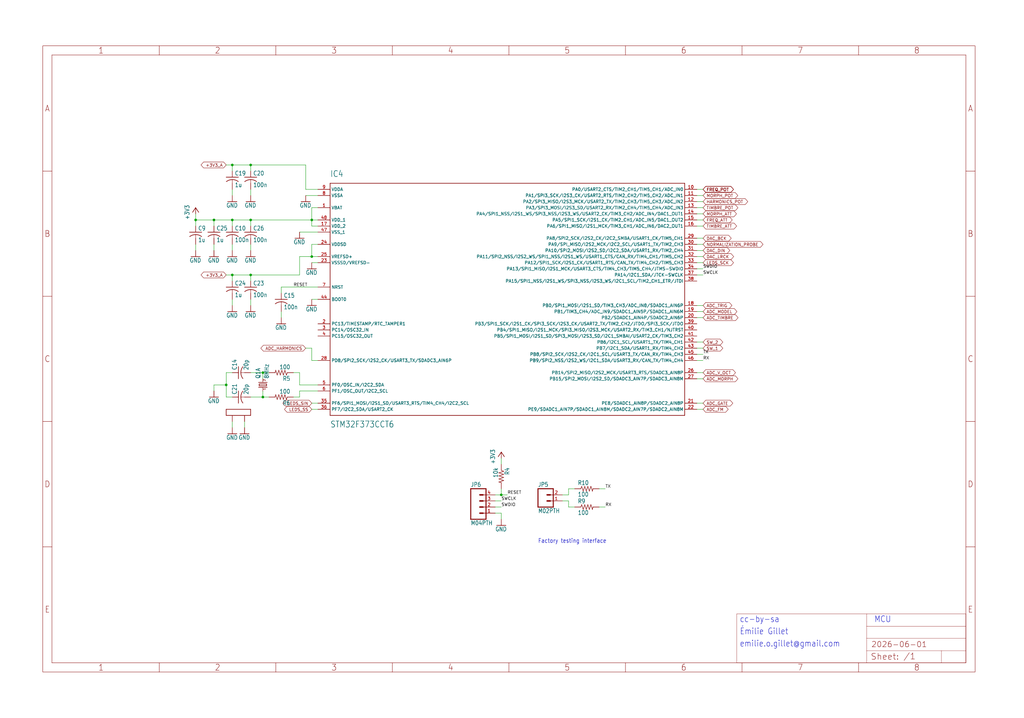
<source format=kicad_sch>
(kicad_sch
	(version 20231120)
	(generator "eeschema")
	(generator_version "8.0")
	(uuid "94e47bef-6455-41d1-946e-774dd7a241ef")
	(paper "User" 425.45 298.602)
	(lib_symbols
		(symbol "plaits4U-eagle-import:+3V3"
			(power)
			(exclude_from_sim no)
			(in_bom yes)
			(on_board yes)
			(property "Reference" "#+3V3"
				(at 0 0 0)
				(effects
					(font
						(size 1.27 1.27)
					)
					(hide yes)
				)
			)
			(property "Value" ""
				(at -2.54 -5.08 90)
				(effects
					(font
						(size 1.778 1.5113)
					)
					(justify left bottom)
				)
			)
			(property "Footprint" ""
				(at 0 0 0)
				(effects
					(font
						(size 1.27 1.27)
					)
					(hide yes)
				)
			)
			(property "Datasheet" ""
				(at 0 0 0)
				(effects
					(font
						(size 1.27 1.27)
					)
					(hide yes)
				)
			)
			(property "Description" "SUPPLY SYMBOL"
				(at 0 0 0)
				(effects
					(font
						(size 1.27 1.27)
					)
					(hide yes)
				)
			)
			(property "ki_locked" ""
				(at 0 0 0)
				(effects
					(font
						(size 1.27 1.27)
					)
				)
			)
			(symbol "+3V3_1_0"
				(polyline
					(pts
						(xy 0 0) (xy -1.27 -1.905)
					)
					(stroke
						(width 0.254)
						(type solid)
					)
					(fill
						(type none)
					)
				)
				(polyline
					(pts
						(xy 1.27 -1.905) (xy 0 0)
					)
					(stroke
						(width 0.254)
						(type solid)
					)
					(fill
						(type none)
					)
				)
				(pin power_in line
					(at 0 -2.54 90)
					(length 2.54)
					(name "+3V3"
						(effects
							(font
								(size 0 0)
							)
						)
					)
					(number "1"
						(effects
							(font
								(size 0 0)
							)
						)
					)
				)
			)
		)
		(symbol "plaits4U-eagle-import:A3L-LOC"
			(exclude_from_sim no)
			(in_bom yes)
			(on_board yes)
			(property "Reference" "#FRAME"
				(at 0 0 0)
				(effects
					(font
						(size 1.27 1.27)
					)
					(hide yes)
				)
			)
			(property "Value" ""
				(at 0 0 0)
				(effects
					(font
						(size 1.27 1.27)
					)
					(hide yes)
				)
			)
			(property "Footprint" ""
				(at 0 0 0)
				(effects
					(font
						(size 1.27 1.27)
					)
					(hide yes)
				)
			)
			(property "Datasheet" ""
				(at 0 0 0)
				(effects
					(font
						(size 1.27 1.27)
					)
					(hide yes)
				)
			)
			(property "Description" "FRAME\n\nDIN A3, landscape with location and doc. field"
				(at 0 0 0)
				(effects
					(font
						(size 1.27 1.27)
					)
					(hide yes)
				)
			)
			(property "ki_locked" ""
				(at 0 0 0)
				(effects
					(font
						(size 1.27 1.27)
					)
				)
			)
			(symbol "A3L-LOC_1_0"
				(polyline
					(pts
						(xy 0 52.07) (xy 3.81 52.07)
					)
					(stroke
						(width 0)
						(type default)
					)
					(fill
						(type none)
					)
				)
				(polyline
					(pts
						(xy 0 104.14) (xy 3.81 104.14)
					)
					(stroke
						(width 0)
						(type default)
					)
					(fill
						(type none)
					)
				)
				(polyline
					(pts
						(xy 0 156.21) (xy 3.81 156.21)
					)
					(stroke
						(width 0)
						(type default)
					)
					(fill
						(type none)
					)
				)
				(polyline
					(pts
						(xy 0 208.28) (xy 3.81 208.28)
					)
					(stroke
						(width 0)
						(type default)
					)
					(fill
						(type none)
					)
				)
				(polyline
					(pts
						(xy 3.81 3.81) (xy 3.81 256.54)
					)
					(stroke
						(width 0)
						(type default)
					)
					(fill
						(type none)
					)
				)
				(polyline
					(pts
						(xy 48.4188 0) (xy 48.4188 3.81)
					)
					(stroke
						(width 0)
						(type default)
					)
					(fill
						(type none)
					)
				)
				(polyline
					(pts
						(xy 48.4188 256.54) (xy 48.4188 260.35)
					)
					(stroke
						(width 0)
						(type default)
					)
					(fill
						(type none)
					)
				)
				(polyline
					(pts
						(xy 96.8375 0) (xy 96.8375 3.81)
					)
					(stroke
						(width 0)
						(type default)
					)
					(fill
						(type none)
					)
				)
				(polyline
					(pts
						(xy 96.8375 256.54) (xy 96.8375 260.35)
					)
					(stroke
						(width 0)
						(type default)
					)
					(fill
						(type none)
					)
				)
				(polyline
					(pts
						(xy 145.2563 0) (xy 145.2563 3.81)
					)
					(stroke
						(width 0)
						(type default)
					)
					(fill
						(type none)
					)
				)
				(polyline
					(pts
						(xy 145.2563 256.54) (xy 145.2563 260.35)
					)
					(stroke
						(width 0)
						(type default)
					)
					(fill
						(type none)
					)
				)
				(polyline
					(pts
						(xy 193.675 0) (xy 193.675 3.81)
					)
					(stroke
						(width 0)
						(type default)
					)
					(fill
						(type none)
					)
				)
				(polyline
					(pts
						(xy 193.675 256.54) (xy 193.675 260.35)
					)
					(stroke
						(width 0)
						(type default)
					)
					(fill
						(type none)
					)
				)
				(polyline
					(pts
						(xy 242.0938 0) (xy 242.0938 3.81)
					)
					(stroke
						(width 0)
						(type default)
					)
					(fill
						(type none)
					)
				)
				(polyline
					(pts
						(xy 242.0938 256.54) (xy 242.0938 260.35)
					)
					(stroke
						(width 0)
						(type default)
					)
					(fill
						(type none)
					)
				)
				(polyline
					(pts
						(xy 288.29 3.81) (xy 288.29 24.13)
					)
					(stroke
						(width 0.1016)
						(type solid)
					)
					(fill
						(type none)
					)
				)
				(polyline
					(pts
						(xy 288.29 3.81) (xy 342.265 3.81)
					)
					(stroke
						(width 0.1016)
						(type solid)
					)
					(fill
						(type none)
					)
				)
				(polyline
					(pts
						(xy 288.29 24.13) (xy 342.265 24.13)
					)
					(stroke
						(width 0.1016)
						(type solid)
					)
					(fill
						(type none)
					)
				)
				(polyline
					(pts
						(xy 290.5125 0) (xy 290.5125 3.81)
					)
					(stroke
						(width 0)
						(type default)
					)
					(fill
						(type none)
					)
				)
				(polyline
					(pts
						(xy 290.5125 256.54) (xy 290.5125 260.35)
					)
					(stroke
						(width 0)
						(type default)
					)
					(fill
						(type none)
					)
				)
				(polyline
					(pts
						(xy 338.9313 0) (xy 338.9313 3.81)
					)
					(stroke
						(width 0)
						(type default)
					)
					(fill
						(type none)
					)
				)
				(polyline
					(pts
						(xy 338.9313 256.54) (xy 338.9313 260.35)
					)
					(stroke
						(width 0)
						(type default)
					)
					(fill
						(type none)
					)
				)
				(polyline
					(pts
						(xy 342.265 3.81) (xy 373.38 3.81)
					)
					(stroke
						(width 0.1016)
						(type solid)
					)
					(fill
						(type none)
					)
				)
				(polyline
					(pts
						(xy 342.265 8.89) (xy 342.265 3.81)
					)
					(stroke
						(width 0.1016)
						(type solid)
					)
					(fill
						(type none)
					)
				)
				(polyline
					(pts
						(xy 342.265 8.89) (xy 342.265 13.97)
					)
					(stroke
						(width 0.1016)
						(type solid)
					)
					(fill
						(type none)
					)
				)
				(polyline
					(pts
						(xy 342.265 13.97) (xy 342.265 19.05)
					)
					(stroke
						(width 0.1016)
						(type solid)
					)
					(fill
						(type none)
					)
				)
				(polyline
					(pts
						(xy 342.265 13.97) (xy 383.54 13.97)
					)
					(stroke
						(width 0.1016)
						(type solid)
					)
					(fill
						(type none)
					)
				)
				(polyline
					(pts
						(xy 342.265 19.05) (xy 342.265 24.13)
					)
					(stroke
						(width 0.1016)
						(type solid)
					)
					(fill
						(type none)
					)
				)
				(polyline
					(pts
						(xy 342.265 19.05) (xy 383.54 19.05)
					)
					(stroke
						(width 0.1016)
						(type solid)
					)
					(fill
						(type none)
					)
				)
				(polyline
					(pts
						(xy 342.265 24.13) (xy 383.54 24.13)
					)
					(stroke
						(width 0.1016)
						(type solid)
					)
					(fill
						(type none)
					)
				)
				(polyline
					(pts
						(xy 373.38 3.81) (xy 373.38 8.89)
					)
					(stroke
						(width 0.1016)
						(type solid)
					)
					(fill
						(type none)
					)
				)
				(polyline
					(pts
						(xy 373.38 3.81) (xy 383.54 3.81)
					)
					(stroke
						(width 0.1016)
						(type solid)
					)
					(fill
						(type none)
					)
				)
				(polyline
					(pts
						(xy 373.38 8.89) (xy 342.265 8.89)
					)
					(stroke
						(width 0.1016)
						(type solid)
					)
					(fill
						(type none)
					)
				)
				(polyline
					(pts
						(xy 373.38 8.89) (xy 383.54 8.89)
					)
					(stroke
						(width 0.1016)
						(type solid)
					)
					(fill
						(type none)
					)
				)
				(polyline
					(pts
						(xy 383.54 3.81) (xy 3.81 3.81)
					)
					(stroke
						(width 0)
						(type default)
					)
					(fill
						(type none)
					)
				)
				(polyline
					(pts
						(xy 383.54 3.81) (xy 383.54 8.89)
					)
					(stroke
						(width 0.1016)
						(type solid)
					)
					(fill
						(type none)
					)
				)
				(polyline
					(pts
						(xy 383.54 3.81) (xy 383.54 256.54)
					)
					(stroke
						(width 0)
						(type default)
					)
					(fill
						(type none)
					)
				)
				(polyline
					(pts
						(xy 383.54 8.89) (xy 383.54 13.97)
					)
					(stroke
						(width 0.1016)
						(type solid)
					)
					(fill
						(type none)
					)
				)
				(polyline
					(pts
						(xy 383.54 13.97) (xy 383.54 19.05)
					)
					(stroke
						(width 0.1016)
						(type solid)
					)
					(fill
						(type none)
					)
				)
				(polyline
					(pts
						(xy 383.54 19.05) (xy 383.54 24.13)
					)
					(stroke
						(width 0.1016)
						(type solid)
					)
					(fill
						(type none)
					)
				)
				(polyline
					(pts
						(xy 383.54 52.07) (xy 387.35 52.07)
					)
					(stroke
						(width 0)
						(type default)
					)
					(fill
						(type none)
					)
				)
				(polyline
					(pts
						(xy 383.54 104.14) (xy 387.35 104.14)
					)
					(stroke
						(width 0)
						(type default)
					)
					(fill
						(type none)
					)
				)
				(polyline
					(pts
						(xy 383.54 156.21) (xy 387.35 156.21)
					)
					(stroke
						(width 0)
						(type default)
					)
					(fill
						(type none)
					)
				)
				(polyline
					(pts
						(xy 383.54 208.28) (xy 387.35 208.28)
					)
					(stroke
						(width 0)
						(type default)
					)
					(fill
						(type none)
					)
				)
				(polyline
					(pts
						(xy 383.54 256.54) (xy 3.81 256.54)
					)
					(stroke
						(width 0)
						(type default)
					)
					(fill
						(type none)
					)
				)
				(polyline
					(pts
						(xy 0 0) (xy 387.35 0) (xy 387.35 260.35) (xy 0 260.35) (xy 0 0)
					)
					(stroke
						(width 0)
						(type default)
					)
					(fill
						(type none)
					)
				)
				(text "${#}/${##}"
					(at 357.505 5.08 0)
					(effects
						(font
							(size 2.54 2.54)
						)
						(justify left bottom)
					)
				)
				(text "${CURRENT_DATE}"
					(at 344.17 10.16 0)
					(effects
						(font
							(size 2.286 2.286)
						)
						(justify left bottom)
					)
				)
				(text "${PROJECTNAME}"
					(at 344.17 15.24 0)
					(effects
						(font
							(size 2.54 2.54)
						)
						(justify left bottom)
					)
				)
				(text "1"
					(at 24.2094 1.905 0)
					(effects
						(font
							(size 2.54 2.286)
						)
					)
				)
				(text "1"
					(at 24.2094 258.445 0)
					(effects
						(font
							(size 2.54 2.286)
						)
					)
				)
				(text "2"
					(at 72.6281 1.905 0)
					(effects
						(font
							(size 2.54 2.286)
						)
					)
				)
				(text "2"
					(at 72.6281 258.445 0)
					(effects
						(font
							(size 2.54 2.286)
						)
					)
				)
				(text "3"
					(at 121.0469 1.905 0)
					(effects
						(font
							(size 2.54 2.286)
						)
					)
				)
				(text "3"
					(at 121.0469 258.445 0)
					(effects
						(font
							(size 2.54 2.286)
						)
					)
				)
				(text "4"
					(at 169.4656 1.905 0)
					(effects
						(font
							(size 2.54 2.286)
						)
					)
				)
				(text "4"
					(at 169.4656 258.445 0)
					(effects
						(font
							(size 2.54 2.286)
						)
					)
				)
				(text "5"
					(at 217.8844 1.905 0)
					(effects
						(font
							(size 2.54 2.286)
						)
					)
				)
				(text "5"
					(at 217.8844 258.445 0)
					(effects
						(font
							(size 2.54 2.286)
						)
					)
				)
				(text "6"
					(at 266.3031 1.905 0)
					(effects
						(font
							(size 2.54 2.286)
						)
					)
				)
				(text "6"
					(at 266.3031 258.445 0)
					(effects
						(font
							(size 2.54 2.286)
						)
					)
				)
				(text "7"
					(at 314.7219 1.905 0)
					(effects
						(font
							(size 2.54 2.286)
						)
					)
				)
				(text "7"
					(at 314.7219 258.445 0)
					(effects
						(font
							(size 2.54 2.286)
						)
					)
				)
				(text "8"
					(at 363.1406 1.905 0)
					(effects
						(font
							(size 2.54 2.286)
						)
					)
				)
				(text "8"
					(at 363.1406 258.445 0)
					(effects
						(font
							(size 2.54 2.286)
						)
					)
				)
				(text "A"
					(at 1.905 234.315 0)
					(effects
						(font
							(size 2.54 2.286)
						)
					)
				)
				(text "A"
					(at 385.445 234.315 0)
					(effects
						(font
							(size 2.54 2.286)
						)
					)
				)
				(text "B"
					(at 1.905 182.245 0)
					(effects
						(font
							(size 2.54 2.286)
						)
					)
				)
				(text "B"
					(at 385.445 182.245 0)
					(effects
						(font
							(size 2.54 2.286)
						)
					)
				)
				(text "C"
					(at 1.905 130.175 0)
					(effects
						(font
							(size 2.54 2.286)
						)
					)
				)
				(text "C"
					(at 385.445 130.175 0)
					(effects
						(font
							(size 2.54 2.286)
						)
					)
				)
				(text "D"
					(at 1.905 78.105 0)
					(effects
						(font
							(size 2.54 2.286)
						)
					)
				)
				(text "D"
					(at 385.445 78.105 0)
					(effects
						(font
							(size 2.54 2.286)
						)
					)
				)
				(text "E"
					(at 1.905 26.035 0)
					(effects
						(font
							(size 2.54 2.286)
						)
					)
				)
				(text "E"
					(at 385.445 26.035 0)
					(effects
						(font
							(size 2.54 2.286)
						)
					)
				)
				(text "Sheet:"
					(at 343.916 4.953 0)
					(effects
						(font
							(size 2.54 2.54)
						)
						(justify left bottom)
					)
				)
			)
		)
		(symbol "plaits4U-eagle-import:C-USC0402"
			(exclude_from_sim no)
			(in_bom yes)
			(on_board yes)
			(property "Reference" "C"
				(at 1.016 0.635 0)
				(effects
					(font
						(size 1.778 1.5113)
					)
					(justify left bottom)
				)
			)
			(property "Value" ""
				(at 1.016 -4.191 0)
				(effects
					(font
						(size 1.778 1.5113)
					)
					(justify left bottom)
				)
			)
			(property "Footprint" "plaits4U:C0402"
				(at 0 0 0)
				(effects
					(font
						(size 1.27 1.27)
					)
					(hide yes)
				)
			)
			(property "Datasheet" ""
				(at 0 0 0)
				(effects
					(font
						(size 1.27 1.27)
					)
					(hide yes)
				)
			)
			(property "Description" "CAPACITOR, American symbol"
				(at 0 0 0)
				(effects
					(font
						(size 1.27 1.27)
					)
					(hide yes)
				)
			)
			(property "ki_locked" ""
				(at 0 0 0)
				(effects
					(font
						(size 1.27 1.27)
					)
				)
			)
			(symbol "C-USC0402_1_0"
				(arc
					(start 0 -1.0161)
					(mid -1.302 -1.2303)
					(end -2.4668 -1.8504)
					(stroke
						(width 0.254)
						(type solid)
					)
					(fill
						(type none)
					)
				)
				(polyline
					(pts
						(xy -2.54 0) (xy 2.54 0)
					)
					(stroke
						(width 0.254)
						(type solid)
					)
					(fill
						(type none)
					)
				)
				(polyline
					(pts
						(xy 0 -1.016) (xy 0 -2.54)
					)
					(stroke
						(width 0.1524)
						(type solid)
					)
					(fill
						(type none)
					)
				)
				(arc
					(start 2.4892 -1.8541)
					(mid 1.3158 -1.2194)
					(end 0 -1)
					(stroke
						(width 0.254)
						(type solid)
					)
					(fill
						(type none)
					)
				)
				(pin passive line
					(at 0 2.54 270)
					(length 2.54)
					(name "1"
						(effects
							(font
								(size 0 0)
							)
						)
					)
					(number "1"
						(effects
							(font
								(size 0 0)
							)
						)
					)
				)
				(pin passive line
					(at 0 -5.08 90)
					(length 2.54)
					(name "2"
						(effects
							(font
								(size 0 0)
							)
						)
					)
					(number "2"
						(effects
							(font
								(size 0 0)
							)
						)
					)
				)
			)
		)
		(symbol "plaits4U-eagle-import:CRYSTAL"
			(exclude_from_sim no)
			(in_bom yes)
			(on_board yes)
			(property "Reference" "Q"
				(at 2.54 1.016 0)
				(effects
					(font
						(size 1.778 1.5113)
					)
					(justify left bottom)
					(hide yes)
				)
			)
			(property "Value" ""
				(at 2.54 -2.54 0)
				(effects
					(font
						(size 1.778 1.5113)
					)
					(justify left bottom)
					(hide yes)
				)
			)
			(property "Footprint" "plaits4U:CTS406"
				(at 0 0 0)
				(effects
					(font
						(size 1.27 1.27)
					)
					(hide yes)
				)
			)
			(property "Datasheet" ""
				(at 0 0 0)
				(effects
					(font
						(size 1.27 1.27)
					)
					(hide yes)
				)
			)
			(property "Description" "Crystal with 2 extra terminals for the metal LID (Abracon ABMM2 for example)"
				(at 0 0 0)
				(effects
					(font
						(size 1.27 1.27)
					)
					(hide yes)
				)
			)
			(property "ki_locked" ""
				(at 0 0 0)
				(effects
					(font
						(size 1.27 1.27)
					)
				)
			)
			(symbol "CRYSTAL_1_0"
				(polyline
					(pts
						(xy -2.54 0) (xy -1.016 0)
					)
					(stroke
						(width 0.1524)
						(type solid)
					)
					(fill
						(type none)
					)
				)
				(polyline
					(pts
						(xy -1.016 1.778) (xy -1.016 -1.778)
					)
					(stroke
						(width 0.254)
						(type solid)
					)
					(fill
						(type none)
					)
				)
				(polyline
					(pts
						(xy -0.381 -1.524) (xy 0.381 -1.524)
					)
					(stroke
						(width 0.254)
						(type solid)
					)
					(fill
						(type none)
					)
				)
				(polyline
					(pts
						(xy -0.381 1.524) (xy -0.381 -1.524)
					)
					(stroke
						(width 0.254)
						(type solid)
					)
					(fill
						(type none)
					)
				)
				(polyline
					(pts
						(xy 0.381 -1.524) (xy 0.381 1.524)
					)
					(stroke
						(width 0.254)
						(type solid)
					)
					(fill
						(type none)
					)
				)
				(polyline
					(pts
						(xy 0.381 1.524) (xy -0.381 1.524)
					)
					(stroke
						(width 0.254)
						(type solid)
					)
					(fill
						(type none)
					)
				)
				(polyline
					(pts
						(xy 1.016 0) (xy 2.54 0)
					)
					(stroke
						(width 0.1524)
						(type solid)
					)
					(fill
						(type none)
					)
				)
				(polyline
					(pts
						(xy 1.016 1.778) (xy 1.016 -1.778)
					)
					(stroke
						(width 0.254)
						(type solid)
					)
					(fill
						(type none)
					)
				)
				(text "1"
					(at -2.159 -1.143 0)
					(effects
						(font
							(size 0.8636 0.734)
						)
						(justify left bottom)
					)
				)
				(text "2"
					(at 1.524 -1.143 0)
					(effects
						(font
							(size 0.8636 0.734)
						)
						(justify left bottom)
					)
				)
				(pin passive line
					(at -2.54 0 0)
					(length 0)
					(name "1"
						(effects
							(font
								(size 0 0)
							)
						)
					)
					(number "1"
						(effects
							(font
								(size 0 0)
							)
						)
					)
				)
				(pin passive line
					(at 2.54 0 180)
					(length 0)
					(name "2"
						(effects
							(font
								(size 0 0)
							)
						)
					)
					(number "3"
						(effects
							(font
								(size 0 0)
							)
						)
					)
				)
			)
			(symbol "CRYSTAL_2_0"
				(polyline
					(pts
						(xy -2.54 0) (xy 7.62 0)
					)
					(stroke
						(width 0.254)
						(type solid)
					)
					(fill
						(type none)
					)
				)
				(polyline
					(pts
						(xy -2.54 2.54) (xy -2.54 0)
					)
					(stroke
						(width 0.254)
						(type solid)
					)
					(fill
						(type none)
					)
				)
				(polyline
					(pts
						(xy 7.62 0) (xy 7.62 2.54)
					)
					(stroke
						(width 0.254)
						(type solid)
					)
					(fill
						(type none)
					)
				)
				(polyline
					(pts
						(xy 7.62 2.54) (xy -2.54 2.54)
					)
					(stroke
						(width 0.254)
						(type solid)
					)
					(fill
						(type none)
					)
				)
				(pin power_in line
					(at 0 -2.54 90)
					(length 2.54)
					(name "LID1"
						(effects
							(font
								(size 0 0)
							)
						)
					)
					(number "2"
						(effects
							(font
								(size 0 0)
							)
						)
					)
				)
				(pin power_in line
					(at 5.08 -2.54 90)
					(length 2.54)
					(name "LID2"
						(effects
							(font
								(size 0 0)
							)
						)
					)
					(number "4"
						(effects
							(font
								(size 0 0)
							)
						)
					)
				)
			)
		)
		(symbol "plaits4U-eagle-import:GND"
			(power)
			(exclude_from_sim no)
			(in_bom yes)
			(on_board yes)
			(property "Reference" "#GND"
				(at 0 0 0)
				(effects
					(font
						(size 1.27 1.27)
					)
					(hide yes)
				)
			)
			(property "Value" ""
				(at -2.54 -2.54 0)
				(effects
					(font
						(size 1.778 1.5113)
					)
					(justify left bottom)
				)
			)
			(property "Footprint" ""
				(at 0 0 0)
				(effects
					(font
						(size 1.27 1.27)
					)
					(hide yes)
				)
			)
			(property "Datasheet" ""
				(at 0 0 0)
				(effects
					(font
						(size 1.27 1.27)
					)
					(hide yes)
				)
			)
			(property "Description" "SUPPLY SYMBOL"
				(at 0 0 0)
				(effects
					(font
						(size 1.27 1.27)
					)
					(hide yes)
				)
			)
			(property "ki_locked" ""
				(at 0 0 0)
				(effects
					(font
						(size 1.27 1.27)
					)
				)
			)
			(symbol "GND_1_0"
				(polyline
					(pts
						(xy -1.905 0) (xy 1.905 0)
					)
					(stroke
						(width 0.254)
						(type solid)
					)
					(fill
						(type none)
					)
				)
				(pin power_in line
					(at 0 2.54 270)
					(length 2.54)
					(name "GND"
						(effects
							(font
								(size 0 0)
							)
						)
					)
					(number "1"
						(effects
							(font
								(size 0 0)
							)
						)
					)
				)
			)
		)
		(symbol "plaits4U-eagle-import:M02PTH"
			(exclude_from_sim no)
			(in_bom yes)
			(on_board yes)
			(property "Reference" "JP"
				(at -2.54 5.842 0)
				(effects
					(font
						(size 1.778 1.5113)
					)
					(justify left bottom)
				)
			)
			(property "Value" ""
				(at -2.54 -5.08 0)
				(effects
					(font
						(size 1.778 1.5113)
					)
					(justify left bottom)
				)
			)
			(property "Footprint" "plaits4U:1X02"
				(at 0 0 0)
				(effects
					(font
						(size 1.27 1.27)
					)
					(hide yes)
				)
			)
			(property "Datasheet" ""
				(at 0 0 0)
				(effects
					(font
						(size 1.27 1.27)
					)
					(hide yes)
				)
			)
			(property "Description" "Header 2 Standard 2-pin 0.1\" header. Use with straight break away headers (SKU : PRT-00116), right angle break away headers (PRT-00553), swiss pins (PRT-00743), machine pins (PRT-00117), and female headers (PRT-00115). Molex polarized connector foot print use with SKU : PRT-08233 with associated crimp pins and housings."
				(at 0 0 0)
				(effects
					(font
						(size 1.27 1.27)
					)
					(hide yes)
				)
			)
			(property "ki_locked" ""
				(at 0 0 0)
				(effects
					(font
						(size 1.27 1.27)
					)
				)
			)
			(symbol "M02PTH_1_0"
				(polyline
					(pts
						(xy -2.54 5.08) (xy -2.54 -2.54)
					)
					(stroke
						(width 0.4064)
						(type solid)
					)
					(fill
						(type none)
					)
				)
				(polyline
					(pts
						(xy -2.54 5.08) (xy 3.81 5.08)
					)
					(stroke
						(width 0.4064)
						(type solid)
					)
					(fill
						(type none)
					)
				)
				(polyline
					(pts
						(xy 1.27 0) (xy 2.54 0)
					)
					(stroke
						(width 0.6096)
						(type solid)
					)
					(fill
						(type none)
					)
				)
				(polyline
					(pts
						(xy 1.27 2.54) (xy 2.54 2.54)
					)
					(stroke
						(width 0.6096)
						(type solid)
					)
					(fill
						(type none)
					)
				)
				(polyline
					(pts
						(xy 3.81 -2.54) (xy -2.54 -2.54)
					)
					(stroke
						(width 0.4064)
						(type solid)
					)
					(fill
						(type none)
					)
				)
				(polyline
					(pts
						(xy 3.81 -2.54) (xy 3.81 5.08)
					)
					(stroke
						(width 0.4064)
						(type solid)
					)
					(fill
						(type none)
					)
				)
				(pin passive line
					(at 7.62 0 180)
					(length 5.08)
					(name "1"
						(effects
							(font
								(size 0 0)
							)
						)
					)
					(number "1"
						(effects
							(font
								(size 1.27 1.27)
							)
						)
					)
				)
				(pin passive line
					(at 7.62 2.54 180)
					(length 5.08)
					(name "2"
						(effects
							(font
								(size 0 0)
							)
						)
					)
					(number "2"
						(effects
							(font
								(size 1.27 1.27)
							)
						)
					)
				)
			)
		)
		(symbol "plaits4U-eagle-import:M04PTH"
			(exclude_from_sim no)
			(in_bom yes)
			(on_board yes)
			(property "Reference" "JP"
				(at -5.08 8.382 0)
				(effects
					(font
						(size 1.778 1.5113)
					)
					(justify left bottom)
				)
			)
			(property "Value" ""
				(at -5.08 -7.62 0)
				(effects
					(font
						(size 1.778 1.5113)
					)
					(justify left bottom)
				)
			)
			(property "Footprint" "plaits4U:1X04"
				(at 0 0 0)
				(effects
					(font
						(size 1.27 1.27)
					)
					(hide yes)
				)
			)
			(property "Datasheet" ""
				(at 0 0 0)
				(effects
					(font
						(size 1.27 1.27)
					)
					(hide yes)
				)
			)
			(property "Description" "Header 4 Standard 4-pin 0.1\" header. Use with straight break away headers (SKU : PRT-00116), right angle break away headers (PRT-00553), swiss pins (PRT-00743), machine pins (PRT-00117), and female headers (PRT-00115). Molex polarized connector foot print use with SKU : PRT-08231 with associated crimp pins and housings."
				(at 0 0 0)
				(effects
					(font
						(size 1.27 1.27)
					)
					(hide yes)
				)
			)
			(property "ki_locked" ""
				(at 0 0 0)
				(effects
					(font
						(size 1.27 1.27)
					)
				)
			)
			(symbol "M04PTH_1_0"
				(polyline
					(pts
						(xy -5.08 7.62) (xy -5.08 -5.08)
					)
					(stroke
						(width 0.4064)
						(type solid)
					)
					(fill
						(type none)
					)
				)
				(polyline
					(pts
						(xy -5.08 7.62) (xy 1.27 7.62)
					)
					(stroke
						(width 0.4064)
						(type solid)
					)
					(fill
						(type none)
					)
				)
				(polyline
					(pts
						(xy -1.27 -2.54) (xy 0 -2.54)
					)
					(stroke
						(width 0.6096)
						(type solid)
					)
					(fill
						(type none)
					)
				)
				(polyline
					(pts
						(xy -1.27 0) (xy 0 0)
					)
					(stroke
						(width 0.6096)
						(type solid)
					)
					(fill
						(type none)
					)
				)
				(polyline
					(pts
						(xy -1.27 2.54) (xy 0 2.54)
					)
					(stroke
						(width 0.6096)
						(type solid)
					)
					(fill
						(type none)
					)
				)
				(polyline
					(pts
						(xy -1.27 5.08) (xy 0 5.08)
					)
					(stroke
						(width 0.6096)
						(type solid)
					)
					(fill
						(type none)
					)
				)
				(polyline
					(pts
						(xy 1.27 -5.08) (xy -5.08 -5.08)
					)
					(stroke
						(width 0.4064)
						(type solid)
					)
					(fill
						(type none)
					)
				)
				(polyline
					(pts
						(xy 1.27 -5.08) (xy 1.27 7.62)
					)
					(stroke
						(width 0.4064)
						(type solid)
					)
					(fill
						(type none)
					)
				)
				(pin passive line
					(at 5.08 -2.54 180)
					(length 5.08)
					(name "1"
						(effects
							(font
								(size 0 0)
							)
						)
					)
					(number "1"
						(effects
							(font
								(size 1.27 1.27)
							)
						)
					)
				)
				(pin passive line
					(at 5.08 0 180)
					(length 5.08)
					(name "2"
						(effects
							(font
								(size 0 0)
							)
						)
					)
					(number "2"
						(effects
							(font
								(size 1.27 1.27)
							)
						)
					)
				)
				(pin passive line
					(at 5.08 2.54 180)
					(length 5.08)
					(name "3"
						(effects
							(font
								(size 0 0)
							)
						)
					)
					(number "3"
						(effects
							(font
								(size 1.27 1.27)
							)
						)
					)
				)
				(pin passive line
					(at 5.08 5.08 180)
					(length 5.08)
					(name "4"
						(effects
							(font
								(size 0 0)
							)
						)
					)
					(number "4"
						(effects
							(font
								(size 1.27 1.27)
							)
						)
					)
				)
			)
		)
		(symbol "plaits4U-eagle-import:R-US_R0402"
			(exclude_from_sim no)
			(in_bom yes)
			(on_board yes)
			(property "Reference" "R"
				(at -3.81 1.4986 0)
				(effects
					(font
						(size 1.778 1.5113)
					)
					(justify left bottom)
				)
			)
			(property "Value" ""
				(at -3.81 -3.302 0)
				(effects
					(font
						(size 1.778 1.5113)
					)
					(justify left bottom)
				)
			)
			(property "Footprint" "plaits4U:R0402"
				(at 0 0 0)
				(effects
					(font
						(size 1.27 1.27)
					)
					(hide yes)
				)
			)
			(property "Datasheet" ""
				(at 0 0 0)
				(effects
					(font
						(size 1.27 1.27)
					)
					(hide yes)
				)
			)
			(property "Description" "RESISTOR, American symbol"
				(at 0 0 0)
				(effects
					(font
						(size 1.27 1.27)
					)
					(hide yes)
				)
			)
			(property "ki_locked" ""
				(at 0 0 0)
				(effects
					(font
						(size 1.27 1.27)
					)
				)
			)
			(symbol "R-US_R0402_1_0"
				(polyline
					(pts
						(xy -2.54 0) (xy -2.159 1.016)
					)
					(stroke
						(width 0.2032)
						(type solid)
					)
					(fill
						(type none)
					)
				)
				(polyline
					(pts
						(xy -2.159 1.016) (xy -1.524 -1.016)
					)
					(stroke
						(width 0.2032)
						(type solid)
					)
					(fill
						(type none)
					)
				)
				(polyline
					(pts
						(xy -1.524 -1.016) (xy -0.889 1.016)
					)
					(stroke
						(width 0.2032)
						(type solid)
					)
					(fill
						(type none)
					)
				)
				(polyline
					(pts
						(xy -0.889 1.016) (xy -0.254 -1.016)
					)
					(stroke
						(width 0.2032)
						(type solid)
					)
					(fill
						(type none)
					)
				)
				(polyline
					(pts
						(xy -0.254 -1.016) (xy 0.381 1.016)
					)
					(stroke
						(width 0.2032)
						(type solid)
					)
					(fill
						(type none)
					)
				)
				(polyline
					(pts
						(xy 0.381 1.016) (xy 1.016 -1.016)
					)
					(stroke
						(width 0.2032)
						(type solid)
					)
					(fill
						(type none)
					)
				)
				(polyline
					(pts
						(xy 1.016 -1.016) (xy 1.651 1.016)
					)
					(stroke
						(width 0.2032)
						(type solid)
					)
					(fill
						(type none)
					)
				)
				(polyline
					(pts
						(xy 1.651 1.016) (xy 2.286 -1.016)
					)
					(stroke
						(width 0.2032)
						(type solid)
					)
					(fill
						(type none)
					)
				)
				(polyline
					(pts
						(xy 2.286 -1.016) (xy 2.54 0)
					)
					(stroke
						(width 0.2032)
						(type solid)
					)
					(fill
						(type none)
					)
				)
				(pin passive line
					(at -5.08 0 0)
					(length 2.54)
					(name "1"
						(effects
							(font
								(size 0 0)
							)
						)
					)
					(number "1"
						(effects
							(font
								(size 0 0)
							)
						)
					)
				)
				(pin passive line
					(at 5.08 0 180)
					(length 2.54)
					(name "2"
						(effects
							(font
								(size 0 0)
							)
						)
					)
					(number "2"
						(effects
							(font
								(size 0 0)
							)
						)
					)
				)
			)
		)
		(symbol "plaits4U-eagle-import:STM32F373C"
			(exclude_from_sim no)
			(in_bom yes)
			(on_board yes)
			(property "Reference" "IC"
				(at -73.66 50.8 0)
				(effects
					(font
						(size 2.54 2.159)
					)
					(justify left bottom)
				)
			)
			(property "Value" ""
				(at -73.66 -53.34 0)
				(effects
					(font
						(size 2.54 2.159)
					)
					(justify left bottom)
				)
			)
			(property "Footprint" "plaits4U:LQFP48"
				(at 0 0 0)
				(effects
					(font
						(size 1.27 1.27)
					)
					(hide yes)
				)
			)
			(property "Datasheet" ""
				(at 0 0 0)
				(effects
					(font
						(size 1.27 1.27)
					)
					(hide yes)
				)
			)
			(property "Description" ""
				(at 0 0 0)
				(effects
					(font
						(size 1.27 1.27)
					)
					(hide yes)
				)
			)
			(property "ki_locked" ""
				(at 0 0 0)
				(effects
					(font
						(size 1.27 1.27)
					)
				)
			)
			(symbol "STM32F373C_1_0"
				(polyline
					(pts
						(xy -73.66 -48.26) (xy -73.66 48.26)
					)
					(stroke
						(width 0.254)
						(type solid)
					)
					(fill
						(type none)
					)
				)
				(polyline
					(pts
						(xy -73.66 48.26) (xy 73.66 48.26)
					)
					(stroke
						(width 0.254)
						(type solid)
					)
					(fill
						(type none)
					)
				)
				(polyline
					(pts
						(xy 73.66 -48.26) (xy -73.66 -48.26)
					)
					(stroke
						(width 0.254)
						(type solid)
					)
					(fill
						(type none)
					)
				)
				(polyline
					(pts
						(xy 73.66 48.26) (xy 73.66 -48.26)
					)
					(stroke
						(width 0.254)
						(type solid)
					)
					(fill
						(type none)
					)
				)
				(pin power_in line
					(at -78.74 38.1 0)
					(length 5.08)
					(name "VBAT"
						(effects
							(font
								(size 1.27 1.27)
							)
						)
					)
					(number "1"
						(effects
							(font
								(size 1.27 1.27)
							)
						)
					)
				)
				(pin bidirectional line
					(at 78.74 45.72 180)
					(length 5.08)
					(name "PA0/USART2_CTS/TIM2_CH1/TIM5_CH1/ADC_IN0"
						(effects
							(font
								(size 1.27 1.27)
							)
						)
					)
					(number "10"
						(effects
							(font
								(size 1.27 1.27)
							)
						)
					)
				)
				(pin bidirectional line
					(at 78.74 43.18 180)
					(length 5.08)
					(name "PA1/SPI3_SCK/I2S3_CK/USART2_RTS/TIM2_CH2/TIM5_CH2/ADC_IN1"
						(effects
							(font
								(size 1.27 1.27)
							)
						)
					)
					(number "11"
						(effects
							(font
								(size 1.27 1.27)
							)
						)
					)
				)
				(pin bidirectional line
					(at 78.74 40.64 180)
					(length 5.08)
					(name "PA2/SPI3_MISO/I2S3_MCK/USART2_TX/TIM2_CH3/TIM5_CH3/ADC_IN2"
						(effects
							(font
								(size 1.27 1.27)
							)
						)
					)
					(number "12"
						(effects
							(font
								(size 1.27 1.27)
							)
						)
					)
				)
				(pin bidirectional line
					(at 78.74 38.1 180)
					(length 5.08)
					(name "PA3/SPI3_MOSI/I2S3_SD/USART2_RX/TIM2_CH4/TIM5_CH4/ADC_IN3"
						(effects
							(font
								(size 1.27 1.27)
							)
						)
					)
					(number "13"
						(effects
							(font
								(size 1.27 1.27)
							)
						)
					)
				)
				(pin bidirectional line
					(at 78.74 35.56 180)
					(length 5.08)
					(name "PA4/SPI1_NSS/I2S1_WS/SPI3_NSS/I2S3_WS/USART2_CK/TIM3_CH2/ADC_IN4/DAC1_OUT1"
						(effects
							(font
								(size 1.27 1.27)
							)
						)
					)
					(number "14"
						(effects
							(font
								(size 1.27 1.27)
							)
						)
					)
				)
				(pin bidirectional line
					(at 78.74 33.02 180)
					(length 5.08)
					(name "PA5/SPI1_SCK/I2S1_CK/TIM2_CH1/ADC_IN5/DAC1_OUT2"
						(effects
							(font
								(size 1.27 1.27)
							)
						)
					)
					(number "15"
						(effects
							(font
								(size 1.27 1.27)
							)
						)
					)
				)
				(pin bidirectional line
					(at 78.74 30.48 180)
					(length 5.08)
					(name "PA6/SPI1_MISO/I2S1_MCK/TIM3_CH1/ADC_IN6/DAC2_OUT1"
						(effects
							(font
								(size 1.27 1.27)
							)
						)
					)
					(number "16"
						(effects
							(font
								(size 1.27 1.27)
							)
						)
					)
				)
				(pin power_in line
					(at -78.74 30.48 0)
					(length 5.08)
					(name "VDD_2"
						(effects
							(font
								(size 1.27 1.27)
							)
						)
					)
					(number "17"
						(effects
							(font
								(size 1.27 1.27)
							)
						)
					)
				)
				(pin bidirectional line
					(at 78.74 -2.54 180)
					(length 5.08)
					(name "PB0/SPI1_MOSI/I2S1_SD/TIM3_CH3/ADC_IN8/SDADC1_AIN6P"
						(effects
							(font
								(size 1.27 1.27)
							)
						)
					)
					(number "18"
						(effects
							(font
								(size 1.27 1.27)
							)
						)
					)
				)
				(pin bidirectional line
					(at 78.74 -5.08 180)
					(length 5.08)
					(name "PB1/TIM3_CH4/ADC_IN9/SDADC1_AIN5P/SDADC1_AIN6M"
						(effects
							(font
								(size 1.27 1.27)
							)
						)
					)
					(number "19"
						(effects
							(font
								(size 1.27 1.27)
							)
						)
					)
				)
				(pin bidirectional line
					(at -78.74 -10.16 0)
					(length 5.08)
					(name "PC13/TIMESTAMP/RTC_TAMPER1"
						(effects
							(font
								(size 1.27 1.27)
							)
						)
					)
					(number "2"
						(effects
							(font
								(size 1.27 1.27)
							)
						)
					)
				)
				(pin bidirectional line
					(at 78.74 -7.62 180)
					(length 5.08)
					(name "PB2/SDADC1_AIN4P/SDADC2_AIN6P"
						(effects
							(font
								(size 1.27 1.27)
							)
						)
					)
					(number "20"
						(effects
							(font
								(size 1.27 1.27)
							)
						)
					)
				)
				(pin bidirectional line
					(at 78.74 -43.18 180)
					(length 5.08)
					(name "PE8/SDADC1_AIN8P/SDADC2_AIN8P"
						(effects
							(font
								(size 1.27 1.27)
							)
						)
					)
					(number "21"
						(effects
							(font
								(size 1.27 1.27)
							)
						)
					)
				)
				(pin bidirectional line
					(at 78.74 -45.72 180)
					(length 5.08)
					(name "PE9/SDADC1_AIN7P/SDADC1_AIN8M/SDADC2_AIN7P/SDADC2_AIN8M"
						(effects
							(font
								(size 1.27 1.27)
							)
						)
					)
					(number "22"
						(effects
							(font
								(size 1.27 1.27)
							)
						)
					)
				)
				(pin power_in line
					(at -78.74 15.24 0)
					(length 5.08)
					(name "VSSSD/VREFSD-"
						(effects
							(font
								(size 1.27 1.27)
							)
						)
					)
					(number "23"
						(effects
							(font
								(size 1.27 1.27)
							)
						)
					)
				)
				(pin power_in line
					(at -78.74 22.86 0)
					(length 5.08)
					(name "VDDSD"
						(effects
							(font
								(size 1.27 1.27)
							)
						)
					)
					(number "24"
						(effects
							(font
								(size 1.27 1.27)
							)
						)
					)
				)
				(pin power_in line
					(at -78.74 17.78 0)
					(length 5.08)
					(name "VREFSD+"
						(effects
							(font
								(size 1.27 1.27)
							)
						)
					)
					(number "25"
						(effects
							(font
								(size 1.27 1.27)
							)
						)
					)
				)
				(pin bidirectional line
					(at 78.74 -30.48 180)
					(length 5.08)
					(name "PB14/SPI2_MISO/I2S2_MCK/USART3_RTS/SDADC3_AIN8P"
						(effects
							(font
								(size 1.27 1.27)
							)
						)
					)
					(number "26"
						(effects
							(font
								(size 1.27 1.27)
							)
						)
					)
				)
				(pin bidirectional line
					(at 78.74 -33.02 180)
					(length 5.08)
					(name "PB15/SPI2_MOSI/I2S2_SD/SDADC3_AIN7P/SDADC3_AIN8M"
						(effects
							(font
								(size 1.27 1.27)
							)
						)
					)
					(number "27"
						(effects
							(font
								(size 1.27 1.27)
							)
						)
					)
				)
				(pin bidirectional line
					(at -78.74 -25.4 0)
					(length 5.08)
					(name "PD8/SPI2_SCK/I2S2_CK/USART3_TX/SDADC3_AIN6P"
						(effects
							(font
								(size 1.27 1.27)
							)
						)
					)
					(number "28"
						(effects
							(font
								(size 1.27 1.27)
							)
						)
					)
				)
				(pin bidirectional line
					(at 78.74 25.4 180)
					(length 5.08)
					(name "PA8/SPI2_SCK/I2S2_CK/I2C2_SMBA/USART1_CK/TIM5_CH1"
						(effects
							(font
								(size 1.27 1.27)
							)
						)
					)
					(number "29"
						(effects
							(font
								(size 1.27 1.27)
							)
						)
					)
				)
				(pin bidirectional line
					(at -78.74 -12.7 0)
					(length 5.08)
					(name "PC14/OSC32_IN"
						(effects
							(font
								(size 1.27 1.27)
							)
						)
					)
					(number "3"
						(effects
							(font
								(size 1.27 1.27)
							)
						)
					)
				)
				(pin bidirectional line
					(at 78.74 22.86 180)
					(length 5.08)
					(name "PA9/SPI_MISO/I2S2_MCK/I2C2_SCL/USART1_TX/TIM2_CH3"
						(effects
							(font
								(size 1.27 1.27)
							)
						)
					)
					(number "30"
						(effects
							(font
								(size 1.27 1.27)
							)
						)
					)
				)
				(pin bidirectional line
					(at 78.74 20.32 180)
					(length 5.08)
					(name "PA10/SPI2_MOSI/I2S2_SD/I2C2_SDA/USART1_RX/TIM2_CH4"
						(effects
							(font
								(size 1.27 1.27)
							)
						)
					)
					(number "31"
						(effects
							(font
								(size 1.27 1.27)
							)
						)
					)
				)
				(pin bidirectional line
					(at 78.74 17.78 180)
					(length 5.08)
					(name "PA11/SPI2_NSS/I2S2_WS/SPI1_NSS/I2S1_WS/USART1_CTS/CAN_RX/TIM4_CH1/TIM5_CH2"
						(effects
							(font
								(size 1.27 1.27)
							)
						)
					)
					(number "32"
						(effects
							(font
								(size 1.27 1.27)
							)
						)
					)
				)
				(pin bidirectional line
					(at 78.74 15.24 180)
					(length 5.08)
					(name "PA12/SPI1_SCK/I2S1_CK/USART1_RTS/CAN_TX/TIM4_CH2/TIM5_CH3"
						(effects
							(font
								(size 1.27 1.27)
							)
						)
					)
					(number "33"
						(effects
							(font
								(size 1.27 1.27)
							)
						)
					)
				)
				(pin bidirectional line
					(at 78.74 12.7 180)
					(length 5.08)
					(name "PA13/SPI1_MISO/I2S1_MCK/USART3_CTS/TIM4_CH3/TIM5_CH4/JTMS-SWDIO"
						(effects
							(font
								(size 1.27 1.27)
							)
						)
					)
					(number "34"
						(effects
							(font
								(size 1.27 1.27)
							)
						)
					)
				)
				(pin bidirectional line
					(at -78.74 -43.18 0)
					(length 5.08)
					(name "PF6/SPI1_MOSI/I2S1_SD/USART3_RTS/TIM4_CH4/I2C2_SCL"
						(effects
							(font
								(size 1.27 1.27)
							)
						)
					)
					(number "35"
						(effects
							(font
								(size 1.27 1.27)
							)
						)
					)
				)
				(pin bidirectional line
					(at -78.74 -45.72 0)
					(length 5.08)
					(name "PF7/I2C2_SDA/USART2_CK"
						(effects
							(font
								(size 1.27 1.27)
							)
						)
					)
					(number "36"
						(effects
							(font
								(size 1.27 1.27)
							)
						)
					)
				)
				(pin bidirectional line
					(at 78.74 10.16 180)
					(length 5.08)
					(name "PA14/I2C1_SDA/JTCK-SWCLK"
						(effects
							(font
								(size 1.27 1.27)
							)
						)
					)
					(number "37"
						(effects
							(font
								(size 1.27 1.27)
							)
						)
					)
				)
				(pin bidirectional line
					(at 78.74 7.62 180)
					(length 5.08)
					(name "PA15/SPI1_NSS/I2S1_WS/SPI3_NSS/I2S3_WS/I2C1_SCL/TIM2_CH1_ETR/JTDI"
						(effects
							(font
								(size 1.27 1.27)
							)
						)
					)
					(number "38"
						(effects
							(font
								(size 1.27 1.27)
							)
						)
					)
				)
				(pin bidirectional line
					(at 78.74 -10.16 180)
					(length 5.08)
					(name "PB3/SPI1_SCK/I2S1_CK/SPI3_SCK/I2S3_CK/USART2_TX/TIM2_CH2/JTDO/SPI3_SCK/JTDO"
						(effects
							(font
								(size 1.27 1.27)
							)
						)
					)
					(number "39"
						(effects
							(font
								(size 1.27 1.27)
							)
						)
					)
				)
				(pin bidirectional line
					(at -78.74 -15.24 0)
					(length 5.08)
					(name "PC15/OSC32_OUT"
						(effects
							(font
								(size 1.27 1.27)
							)
						)
					)
					(number "4"
						(effects
							(font
								(size 1.27 1.27)
							)
						)
					)
				)
				(pin bidirectional line
					(at 78.74 -12.7 180)
					(length 5.08)
					(name "PB4/SPI1_MISO/I2S1_MCK/SPI3_MISO/I2S3_MCK/USART2_RX/TIM3_CH1/NJTRST"
						(effects
							(font
								(size 1.27 1.27)
							)
						)
					)
					(number "40"
						(effects
							(font
								(size 1.27 1.27)
							)
						)
					)
				)
				(pin bidirectional line
					(at 78.74 -15.24 180)
					(length 5.08)
					(name "PB5/SPI1_MOSI/I2S1_SD/SPI3_MOSI/I2S3_SD/I2C1_SMBAI/USART2_CK/TIM3_CH2"
						(effects
							(font
								(size 1.27 1.27)
							)
						)
					)
					(number "41"
						(effects
							(font
								(size 1.27 1.27)
							)
						)
					)
				)
				(pin bidirectional line
					(at 78.74 -17.78 180)
					(length 5.08)
					(name "PB6/I2C1_SCL/USART1_TX/TIM4_CH1"
						(effects
							(font
								(size 1.27 1.27)
							)
						)
					)
					(number "42"
						(effects
							(font
								(size 1.27 1.27)
							)
						)
					)
				)
				(pin bidirectional line
					(at 78.74 -20.32 180)
					(length 5.08)
					(name "PB7/I2C1_SDA/USART1_RX/TIM4_CH2"
						(effects
							(font
								(size 1.27 1.27)
							)
						)
					)
					(number "43"
						(effects
							(font
								(size 1.27 1.27)
							)
						)
					)
				)
				(pin bidirectional line
					(at -78.74 0 0)
					(length 5.08)
					(name "BOOT0"
						(effects
							(font
								(size 1.27 1.27)
							)
						)
					)
					(number "44"
						(effects
							(font
								(size 1.27 1.27)
							)
						)
					)
				)
				(pin bidirectional line
					(at 78.74 -22.86 180)
					(length 5.08)
					(name "PB8/SPI2_SCK/I2S2_CK/I2C1_SCL/USART3_TX/CAN_RX/TIM4_CH3"
						(effects
							(font
								(size 1.27 1.27)
							)
						)
					)
					(number "45"
						(effects
							(font
								(size 1.27 1.27)
							)
						)
					)
				)
				(pin bidirectional line
					(at 78.74 -25.4 180)
					(length 5.08)
					(name "PB9/SPI2_NSS/I2S2_WS/I2C1_SDA/USART3_RX/CAN_TX/TIM4_CH4"
						(effects
							(font
								(size 1.27 1.27)
							)
						)
					)
					(number "46"
						(effects
							(font
								(size 1.27 1.27)
							)
						)
					)
				)
				(pin power_in line
					(at -78.74 27.94 0)
					(length 5.08)
					(name "VSS_1"
						(effects
							(font
								(size 1.27 1.27)
							)
						)
					)
					(number "47"
						(effects
							(font
								(size 1.27 1.27)
							)
						)
					)
				)
				(pin power_in line
					(at -78.74 33.02 0)
					(length 5.08)
					(name "VDD_1"
						(effects
							(font
								(size 1.27 1.27)
							)
						)
					)
					(number "48"
						(effects
							(font
								(size 1.27 1.27)
							)
						)
					)
				)
				(pin bidirectional line
					(at -78.74 -35.56 0)
					(length 5.08)
					(name "PF0/OSC_IN/I2C2_SDA"
						(effects
							(font
								(size 1.27 1.27)
							)
						)
					)
					(number "5"
						(effects
							(font
								(size 1.27 1.27)
							)
						)
					)
				)
				(pin bidirectional line
					(at -78.74 -38.1 0)
					(length 5.08)
					(name "PF1/OSC_OUT/I2C2_SCL"
						(effects
							(font
								(size 1.27 1.27)
							)
						)
					)
					(number "6"
						(effects
							(font
								(size 1.27 1.27)
							)
						)
					)
				)
				(pin bidirectional line
					(at -78.74 5.08 0)
					(length 5.08)
					(name "NRST"
						(effects
							(font
								(size 1.27 1.27)
							)
						)
					)
					(number "7"
						(effects
							(font
								(size 1.27 1.27)
							)
						)
					)
				)
				(pin power_in line
					(at -78.74 43.18 0)
					(length 5.08)
					(name "VSSA"
						(effects
							(font
								(size 1.27 1.27)
							)
						)
					)
					(number "8"
						(effects
							(font
								(size 1.27 1.27)
							)
						)
					)
				)
				(pin power_in line
					(at -78.74 45.72 0)
					(length 5.08)
					(name "VDDA"
						(effects
							(font
								(size 1.27 1.27)
							)
						)
					)
					(number "9"
						(effects
							(font
								(size 1.27 1.27)
							)
						)
					)
				)
			)
		)
	)
	(junction
		(at 109.22 154.94)
		(diameter 0)
		(color 0 0 0 0)
		(uuid "08800c20-6072-424a-a13c-34e6fafaca72")
	)
	(junction
		(at 129.54 91.44)
		(diameter 0)
		(color 0 0 0 0)
		(uuid "24071c56-7381-43dc-8f67-fca0dfe7e95e")
	)
	(junction
		(at 93.98 160.02)
		(diameter 0)
		(color 0 0 0 0)
		(uuid "48e238c4-f34b-4c69-82ae-5a2769787d02")
	)
	(junction
		(at 129.54 106.68)
		(diameter 0)
		(color 0 0 0 0)
		(uuid "68db0b32-8891-4571-8dba-b319d7bccfae")
	)
	(junction
		(at 104.14 114.3)
		(diameter 0)
		(color 0 0 0 0)
		(uuid "9bc60972-655d-4bba-b05c-95bf1a450aef")
	)
	(junction
		(at 104.14 68.58)
		(diameter 0)
		(color 0 0 0 0)
		(uuid "ac0ba674-da08-4417-a3b0-e65bcc9d7751")
	)
	(junction
		(at 109.22 165.1)
		(diameter 0)
		(color 0 0 0 0)
		(uuid "b158b55d-1b5f-4346-a1c3-215c819c8c35")
	)
	(junction
		(at 104.14 91.44)
		(diameter 0)
		(color 0 0 0 0)
		(uuid "c47291fd-f8f3-413b-a00f-3aa42c675870")
	)
	(junction
		(at 81.28 91.44)
		(diameter 0)
		(color 0 0 0 0)
		(uuid "d2a9f3b9-cf97-4567-b0fd-67baff6bc8be")
	)
	(junction
		(at 96.52 114.3)
		(diameter 0)
		(color 0 0 0 0)
		(uuid "d914de16-148d-405c-866c-ee5a34993523")
	)
	(junction
		(at 88.9 91.44)
		(diameter 0)
		(color 0 0 0 0)
		(uuid "e159d09f-6113-47cf-9f33-60cd29f17dfa")
	)
	(junction
		(at 208.28 205.74)
		(diameter 0)
		(color 0 0 0 0)
		(uuid "ea5ef6c9-5938-4ed8-be67-aedda1b80287")
	)
	(junction
		(at 96.52 68.58)
		(diameter 0)
		(color 0 0 0 0)
		(uuid "f7bcd0c4-498e-49f1-8e01-ddebcae34fc8")
	)
	(junction
		(at 96.52 91.44)
		(diameter 0)
		(color 0 0 0 0)
		(uuid "f989d3d8-e3b8-4c41-97fb-e02d2d2adf09")
	)
	(wire
		(pts
			(xy 96.52 116.84) (xy 96.52 114.3)
		)
		(stroke
			(width 0.1524)
			(type solid)
		)
		(uuid "0042ce5b-6278-45d7-97ee-c0cab78b0be0")
	)
	(wire
		(pts
			(xy 208.28 213.36) (xy 208.28 215.9)
		)
		(stroke
			(width 0.1524)
			(type solid)
		)
		(uuid "040ca3f5-044a-4a1e-bf0e-d446e0915c97")
	)
	(wire
		(pts
			(xy 127 68.58) (xy 127 78.74)
		)
		(stroke
			(width 0.1524)
			(type solid)
		)
		(uuid "04d8546d-53ca-47f8-a862-265ebfec66e5")
	)
	(wire
		(pts
			(xy 93.98 165.1) (xy 96.52 165.1)
		)
		(stroke
			(width 0.1524)
			(type solid)
		)
		(uuid "0641c577-8aea-4824-9c7c-bd528630d27b")
	)
	(wire
		(pts
			(xy 289.56 147.32) (xy 292.1 147.32)
		)
		(stroke
			(width 0.1524)
			(type solid)
		)
		(uuid "07d95b96-6ea1-47c6-85dd-675c2f334731")
	)
	(wire
		(pts
			(xy 132.08 86.36) (xy 129.54 86.36)
		)
		(stroke
			(width 0.1524)
			(type solid)
		)
		(uuid "0a44be01-9276-47a6-a4a0-b4987938ae02")
	)
	(wire
		(pts
			(xy 132.08 162.56) (xy 124.46 162.56)
		)
		(stroke
			(width 0.1524)
			(type solid)
		)
		(uuid "0f3386e7-e528-43ca-a2f9-d408e38cb18e")
	)
	(wire
		(pts
			(xy 205.74 205.74) (xy 208.28 205.74)
		)
		(stroke
			(width 0.1524)
			(type solid)
		)
		(uuid "140b0288-cf1d-4f59-9e83-661eff6e3c07")
	)
	(wire
		(pts
			(xy 236.22 210.82) (xy 238.76 210.82)
		)
		(stroke
			(width 0.1524)
			(type solid)
		)
		(uuid "19394d1e-61e0-4685-bb80-49d08342a706")
	)
	(wire
		(pts
			(xy 96.52 154.94) (xy 93.98 154.94)
		)
		(stroke
			(width 0.1524)
			(type solid)
		)
		(uuid "1be2d732-f00d-4054-bd89-7f6696b52d6c")
	)
	(wire
		(pts
			(xy 205.74 213.36) (xy 208.28 213.36)
		)
		(stroke
			(width 0.1524)
			(type solid)
		)
		(uuid "1c07efe8-6453-4162-9178-5ec7bf6478f8")
	)
	(wire
		(pts
			(xy 96.52 93.98) (xy 96.52 91.44)
		)
		(stroke
			(width 0.1524)
			(type solid)
		)
		(uuid "1c8d4282-c115-4d6d-8d7f-ba8c1a951a99")
	)
	(wire
		(pts
			(xy 289.56 81.28) (xy 292.1 81.28)
		)
		(stroke
			(width 0.1524)
			(type solid)
		)
		(uuid "1db806b4-fd69-4d1f-a03e-c7250c6fec96")
	)
	(wire
		(pts
			(xy 104.14 114.3) (xy 96.52 114.3)
		)
		(stroke
			(width 0.1524)
			(type solid)
		)
		(uuid "1fe8fbe2-48ca-40b3-aab8-2ceb0c06bcc3")
	)
	(wire
		(pts
			(xy 248.92 210.82) (xy 251.46 210.82)
		)
		(stroke
			(width 0.1524)
			(type solid)
		)
		(uuid "2821026b-4765-4846-bd20-0e7e50ddc51b")
	)
	(wire
		(pts
			(xy 96.52 124.46) (xy 96.52 127)
		)
		(stroke
			(width 0.1524)
			(type solid)
		)
		(uuid "283591b6-c7da-4d88-9e95-4640d9525f4b")
	)
	(wire
		(pts
			(xy 233.68 205.74) (xy 236.22 205.74)
		)
		(stroke
			(width 0.1524)
			(type solid)
		)
		(uuid "2924c28d-2333-4e84-8c99-16748670d0b2")
	)
	(wire
		(pts
			(xy 96.52 175.26) (xy 96.52 177.8)
		)
		(stroke
			(width 0.1524)
			(type solid)
		)
		(uuid "29f01da5-c7c8-4c80-9164-7b9c1a160543")
	)
	(wire
		(pts
			(xy 289.56 149.86) (xy 292.1 149.86)
		)
		(stroke
			(width 0.1524)
			(type solid)
		)
		(uuid "2a2568d4-be5e-41ad-9ca1-5f7669fdb753")
	)
	(wire
		(pts
			(xy 132.08 167.64) (xy 129.54 167.64)
		)
		(stroke
			(width 0.1524)
			(type solid)
		)
		(uuid "2abd9593-6278-4625-b769-fd1224be7412")
	)
	(wire
		(pts
			(xy 129.54 93.98) (xy 129.54 91.44)
		)
		(stroke
			(width 0.1524)
			(type solid)
		)
		(uuid "2f4fe04c-4c14-4dfd-be2e-9c316521b519")
	)
	(wire
		(pts
			(xy 104.14 93.98) (xy 104.14 91.44)
		)
		(stroke
			(width 0.1524)
			(type solid)
		)
		(uuid "301aa908-9063-4913-92b9-7060e2eed07d")
	)
	(wire
		(pts
			(xy 81.28 93.98) (xy 81.28 91.44)
		)
		(stroke
			(width 0.1524)
			(type solid)
		)
		(uuid "32d200e3-0a8b-402f-87b4-d72d336f3ab4")
	)
	(wire
		(pts
			(xy 289.56 109.22) (xy 292.1 109.22)
		)
		(stroke
			(width 0.1524)
			(type solid)
		)
		(uuid "361b25b3-a811-4e73-921d-3c9fbf795f8c")
	)
	(wire
		(pts
			(xy 289.56 167.64) (xy 292.1 167.64)
		)
		(stroke
			(width 0.1524)
			(type solid)
		)
		(uuid "3807594e-fe39-4b6d-b226-23978dd73fd8")
	)
	(wire
		(pts
			(xy 104.14 124.46) (xy 104.14 127)
		)
		(stroke
			(width 0.1524)
			(type solid)
		)
		(uuid "3aedee00-4545-45a6-a493-386d4cbd8ebb")
	)
	(wire
		(pts
			(xy 132.08 170.18) (xy 129.54 170.18)
		)
		(stroke
			(width 0.1524)
			(type solid)
		)
		(uuid "3dd9b73f-cc88-44cd-81c4-01b177e318ab")
	)
	(wire
		(pts
			(xy 289.56 114.3) (xy 292.1 114.3)
		)
		(stroke
			(width 0.1524)
			(type solid)
		)
		(uuid "3eb3f259-ad84-4380-bfce-eaf1babbcaf8")
	)
	(wire
		(pts
			(xy 111.76 165.1) (xy 109.22 165.1)
		)
		(stroke
			(width 0.1524)
			(type solid)
		)
		(uuid "418ab992-8eff-47fc-90f9-66b42013471d")
	)
	(wire
		(pts
			(xy 124.46 114.3) (xy 124.46 106.68)
		)
		(stroke
			(width 0.1524)
			(type solid)
		)
		(uuid "423ad7c8-8a66-4e81-b1f2-f8fafc0b3c8c")
	)
	(wire
		(pts
			(xy 109.22 154.94) (xy 109.22 157.48)
		)
		(stroke
			(width 0.1524)
			(type solid)
		)
		(uuid "44910c33-2f57-4b64-937f-094783f911e2")
	)
	(wire
		(pts
			(xy 116.84 129.54) (xy 116.84 132.08)
		)
		(stroke
			(width 0.1524)
			(type solid)
		)
		(uuid "44ab9ab9-a4eb-447f-b502-f0391b85bf8a")
	)
	(wire
		(pts
			(xy 289.56 93.98) (xy 292.1 93.98)
		)
		(stroke
			(width 0.1524)
			(type solid)
		)
		(uuid "46862980-3058-4926-9e7b-ff44d5be8601")
	)
	(wire
		(pts
			(xy 81.28 101.6) (xy 81.28 104.14)
		)
		(stroke
			(width 0.1524)
			(type solid)
		)
		(uuid "47c3125f-5b80-48c6-ad40-fdda02a26640")
	)
	(wire
		(pts
			(xy 236.22 205.74) (xy 236.22 203.2)
		)
		(stroke
			(width 0.1524)
			(type solid)
		)
		(uuid "49fcba0d-a91e-4e9d-9cd3-5728f3814139")
	)
	(wire
		(pts
			(xy 88.9 101.6) (xy 88.9 104.14)
		)
		(stroke
			(width 0.1524)
			(type solid)
		)
		(uuid "4bbf98ed-31ea-4c76-bd33-36f2cc8baea1")
	)
	(wire
		(pts
			(xy 129.54 109.22) (xy 132.08 109.22)
		)
		(stroke
			(width 0.1524)
			(type solid)
		)
		(uuid "4f6d3fb1-5f83-4734-a87a-6388de019dde")
	)
	(wire
		(pts
			(xy 132.08 93.98) (xy 129.54 93.98)
		)
		(stroke
			(width 0.1524)
			(type solid)
		)
		(uuid "52b191a0-8e7a-46ad-9bbd-5ea468d15dcd")
	)
	(wire
		(pts
			(xy 289.56 83.82) (xy 292.1 83.82)
		)
		(stroke
			(width 0.1524)
			(type solid)
		)
		(uuid "5398c1e5-5f9f-45f1-81f4-95f1f8c3937a")
	)
	(wire
		(pts
			(xy 96.52 114.3) (xy 93.98 114.3)
		)
		(stroke
			(width 0.1524)
			(type solid)
		)
		(uuid "53aafb83-d092-4afe-bc88-c3248a54b800")
	)
	(wire
		(pts
			(xy 96.52 101.6) (xy 96.52 104.14)
		)
		(stroke
			(width 0.1524)
			(type solid)
		)
		(uuid "544f2e36-25a4-46cb-8fb4-a4c6b3c5c7a6")
	)
	(wire
		(pts
			(xy 124.46 165.1) (xy 124.46 162.56)
		)
		(stroke
			(width 0.1524)
			(type solid)
		)
		(uuid "5875ff20-15d4-415b-a3c0-654abdf1190d")
	)
	(wire
		(pts
			(xy 93.98 160.02) (xy 88.9 160.02)
		)
		(stroke
			(width 0.1524)
			(type solid)
		)
		(uuid "5bf85e1f-b560-4e39-92ba-310b5d9ec0c7")
	)
	(wire
		(pts
			(xy 104.14 71.12) (xy 104.14 68.58)
		)
		(stroke
			(width 0.1524)
			(type solid)
		)
		(uuid "5ee9a5bb-e7db-4ad3-8aa2-b6a699dc5362")
	)
	(wire
		(pts
			(xy 132.08 96.52) (xy 124.46 96.52)
		)
		(stroke
			(width 0.1524)
			(type solid)
		)
		(uuid "6126c0fe-8c9b-4013-ab51-fe78635de366")
	)
	(wire
		(pts
			(xy 93.98 154.94) (xy 93.98 160.02)
		)
		(stroke
			(width 0.1524)
			(type solid)
		)
		(uuid "62fc7902-20ef-4451-b10c-aa29f5a4e8ac")
	)
	(wire
		(pts
			(xy 289.56 86.36) (xy 292.1 86.36)
		)
		(stroke
			(width 0.1524)
			(type solid)
		)
		(uuid "64cd03ef-e34a-4302-a173-946bbc15a6af")
	)
	(wire
		(pts
			(xy 289.56 91.44) (xy 292.1 91.44)
		)
		(stroke
			(width 0.1524)
			(type solid)
		)
		(uuid "64e1f674-7cd2-4f7e-be61-74ae76304a17")
	)
	(wire
		(pts
			(xy 104.14 114.3) (xy 124.46 114.3)
		)
		(stroke
			(width 0.1524)
			(type solid)
		)
		(uuid "64ea3a63-fa51-447c-af4f-f787991bd389")
	)
	(wire
		(pts
			(xy 127 78.74) (xy 132.08 78.74)
		)
		(stroke
			(width 0.1524)
			(type solid)
		)
		(uuid "6b2b3eb7-8a9c-4475-b036-40b098e6085b")
	)
	(wire
		(pts
			(xy 248.92 203.2) (xy 251.46 203.2)
		)
		(stroke
			(width 0.1524)
			(type solid)
		)
		(uuid "6f03cbe5-650f-4e9a-8716-353d242a031e")
	)
	(wire
		(pts
			(xy 88.9 91.44) (xy 81.28 91.44)
		)
		(stroke
			(width 0.1524)
			(type solid)
		)
		(uuid "709ad5be-72d9-460d-83c0-a40ab6c39e05")
	)
	(wire
		(pts
			(xy 104.14 78.74) (xy 104.14 81.28)
		)
		(stroke
			(width 0.1524)
			(type solid)
		)
		(uuid "73a6cdeb-d17b-4b03-bb70-492c717b5f37")
	)
	(wire
		(pts
			(xy 124.46 160.02) (xy 132.08 160.02)
		)
		(stroke
			(width 0.1524)
			(type solid)
		)
		(uuid "7582fdff-40b6-448d-8877-e16d9db9f51e")
	)
	(wire
		(pts
			(xy 132.08 106.68) (xy 129.54 106.68)
		)
		(stroke
			(width 0.1524)
			(type solid)
		)
		(uuid "761a017f-fb21-4448-a3f9-4f051530fb18")
	)
	(wire
		(pts
			(xy 205.74 210.82) (xy 208.28 210.82)
		)
		(stroke
			(width 0.1524)
			(type solid)
		)
		(uuid "7b35a14c-f284-4300-9da2-543ff348dfb3")
	)
	(wire
		(pts
			(xy 124.46 160.02) (xy 124.46 154.94)
		)
		(stroke
			(width 0.1524)
			(type solid)
		)
		(uuid "7c271a82-c8fd-4359-88e6-983c20b3aba0")
	)
	(wire
		(pts
			(xy 104.14 116.84) (xy 104.14 114.3)
		)
		(stroke
			(width 0.1524)
			(type solid)
		)
		(uuid "7e3a6b3c-0fea-4abb-b670-3be0688ef551")
	)
	(wire
		(pts
			(xy 205.74 208.28) (xy 208.28 208.28)
		)
		(stroke
			(width 0.1524)
			(type solid)
		)
		(uuid "7efe563b-f284-4d0d-8153-e9d8c10d83db")
	)
	(wire
		(pts
			(xy 289.56 106.68) (xy 292.1 106.68)
		)
		(stroke
			(width 0.1524)
			(type solid)
		)
		(uuid "801f4f98-e2ee-4340-9641-80b3b2b7a569")
	)
	(wire
		(pts
			(xy 208.28 203.2) (xy 208.28 205.74)
		)
		(stroke
			(width 0.1524)
			(type solid)
		)
		(uuid "80d7973c-1067-46c8-afd2-2f3395a18357")
	)
	(wire
		(pts
			(xy 96.52 68.58) (xy 93.98 68.58)
		)
		(stroke
			(width 0.1524)
			(type solid)
		)
		(uuid "82063bb3-a64f-4f7c-a775-51dc5aff3885")
	)
	(wire
		(pts
			(xy 104.14 91.44) (xy 129.54 91.44)
		)
		(stroke
			(width 0.1524)
			(type solid)
		)
		(uuid "8398a757-82b0-4308-a1c1-96435f523f8c")
	)
	(wire
		(pts
			(xy 289.56 144.78) (xy 292.1 144.78)
		)
		(stroke
			(width 0.1524)
			(type solid)
		)
		(uuid "84877f9e-0339-4b7d-8ddd-7ce94db358ec")
	)
	(wire
		(pts
			(xy 129.54 144.78) (xy 127 144.78)
		)
		(stroke
			(width 0.1524)
			(type solid)
		)
		(uuid "868a71d6-6848-4211-a5ef-05d15ccf8571")
	)
	(wire
		(pts
			(xy 96.52 91.44) (xy 104.14 91.44)
		)
		(stroke
			(width 0.1524)
			(type solid)
		)
		(uuid "888592ab-7491-4b8d-a158-77622223f12a")
	)
	(wire
		(pts
			(xy 96.52 91.44) (xy 88.9 91.44)
		)
		(stroke
			(width 0.1524)
			(type solid)
		)
		(uuid "897423d7-e390-4bf6-983f-44f523f551b1")
	)
	(wire
		(pts
			(xy 93.98 160.02) (xy 93.98 165.1)
		)
		(stroke
			(width 0.1524)
			(type solid)
		)
		(uuid "95718307-14a0-4714-bed4-5a9063cb6136")
	)
	(wire
		(pts
			(xy 132.08 149.86) (xy 129.54 149.86)
		)
		(stroke
			(width 0.1524)
			(type solid)
		)
		(uuid "95fafb73-6d87-4135-8de1-a17e21f7f414")
	)
	(wire
		(pts
			(xy 124.46 154.94) (xy 121.92 154.94)
		)
		(stroke
			(width 0.1524)
			(type solid)
		)
		(uuid "9db14cf5-dcf5-48e2-83fd-bf31d712ad6b")
	)
	(wire
		(pts
			(xy 129.54 91.44) (xy 132.08 91.44)
		)
		(stroke
			(width 0.1524)
			(type solid)
		)
		(uuid "9dcf1f91-edc3-49e5-bda7-867c599e91e7")
	)
	(wire
		(pts
			(xy 289.56 101.6) (xy 292.1 101.6)
		)
		(stroke
			(width 0.1524)
			(type solid)
		)
		(uuid "a146907c-ede8-4c34-9d45-5a000a4d457e")
	)
	(wire
		(pts
			(xy 132.08 124.46) (xy 129.54 124.46)
		)
		(stroke
			(width 0.1524)
			(type solid)
		)
		(uuid "a2959f88-3b90-4fce-b16a-2b9595ba8f16")
	)
	(wire
		(pts
			(xy 289.56 132.08) (xy 292.1 132.08)
		)
		(stroke
			(width 0.1524)
			(type solid)
		)
		(uuid "a4fe3799-c066-4de5-ae87-7fe4b90d191f")
	)
	(wire
		(pts
			(xy 88.9 160.02) (xy 88.9 162.56)
		)
		(stroke
			(width 0.1524)
			(type solid)
		)
		(uuid "a70e4a2e-0308-47de-ad5b-b8d236a38bad")
	)
	(wire
		(pts
			(xy 233.68 208.28) (xy 236.22 208.28)
		)
		(stroke
			(width 0.1524)
			(type solid)
		)
		(uuid "a8c47620-464a-4476-89e4-98285bb46081")
	)
	(wire
		(pts
			(xy 289.56 78.74) (xy 292.1 78.74)
		)
		(stroke
			(width 0.1524)
			(type solid)
		)
		(uuid "a934c765-ff95-4c31-9a5b-4b614186bbfc")
	)
	(wire
		(pts
			(xy 88.9 93.98) (xy 88.9 91.44)
		)
		(stroke
			(width 0.1524)
			(type solid)
		)
		(uuid "acaef327-8241-4b13-b648-7371a689837c")
	)
	(wire
		(pts
			(xy 236.22 208.28) (xy 236.22 210.82)
		)
		(stroke
			(width 0.1524)
			(type solid)
		)
		(uuid "b1d22725-b001-453a-8b92-cea601b8efb9")
	)
	(wire
		(pts
			(xy 289.56 104.14) (xy 292.1 104.14)
		)
		(stroke
			(width 0.1524)
			(type solid)
		)
		(uuid "b364ea36-c35f-4f58-9bba-5ef113de2513")
	)
	(wire
		(pts
			(xy 289.56 170.18) (xy 292.1 170.18)
		)
		(stroke
			(width 0.1524)
			(type solid)
		)
		(uuid "b3767f03-f84e-4d66-a4fb-24359c9658ab")
	)
	(wire
		(pts
			(xy 104.14 68.58) (xy 96.52 68.58)
		)
		(stroke
			(width 0.1524)
			(type solid)
		)
		(uuid "b7a43b89-d577-409d-882c-11571b0cffee")
	)
	(wire
		(pts
			(xy 81.28 91.44) (xy 81.28 88.9)
		)
		(stroke
			(width 0.1524)
			(type solid)
		)
		(uuid "b8a97c9a-5c18-4f89-b1eb-44720681869c")
	)
	(wire
		(pts
			(xy 104.14 165.1) (xy 109.22 165.1)
		)
		(stroke
			(width 0.1524)
			(type solid)
		)
		(uuid "bc2b03bd-34b1-4742-bf2b-06b35e113a50")
	)
	(wire
		(pts
			(xy 129.54 101.6) (xy 129.54 106.68)
		)
		(stroke
			(width 0.1524)
			(type solid)
		)
		(uuid "bde80f7c-79a2-47ed-8b8f-effc17a0911e")
	)
	(wire
		(pts
			(xy 109.22 165.1) (xy 109.22 162.56)
		)
		(stroke
			(width 0.1524)
			(type solid)
		)
		(uuid "be8b862b-5575-43b2-8411-06043664b26e")
	)
	(wire
		(pts
			(xy 104.14 101.6) (xy 104.14 104.14)
		)
		(stroke
			(width 0.1524)
			(type solid)
		)
		(uuid "c3757a11-8bc6-4836-a41b-f05d44d8296d")
	)
	(wire
		(pts
			(xy 124.46 165.1) (xy 121.92 165.1)
		)
		(stroke
			(width 0.1524)
			(type solid)
		)
		(uuid "cc06a2a0-e74b-4d8a-a4d1-92dd1e8b2b8f")
	)
	(wire
		(pts
			(xy 289.56 154.94) (xy 292.1 154.94)
		)
		(stroke
			(width 0.1524)
			(type solid)
		)
		(uuid "ce7079b9-1279-423c-8156-0ca623d00045")
	)
	(wire
		(pts
			(xy 208.28 193.04) (xy 208.28 190.5)
		)
		(stroke
			(width 0.1524)
			(type solid)
		)
		(uuid "d27903bd-b0b5-420d-bd41-fedd2ad75039")
	)
	(wire
		(pts
			(xy 104.14 154.94) (xy 109.22 154.94)
		)
		(stroke
			(width 0.1524)
			(type solid)
		)
		(uuid "d3563d7a-1fd9-40db-b78b-2625bb0424e1")
	)
	(wire
		(pts
			(xy 289.56 129.54) (xy 292.1 129.54)
		)
		(stroke
			(width 0.1524)
			(type solid)
		)
		(uuid "d46b7540-7a9f-4f2b-a28a-4635fdca2434")
	)
	(wire
		(pts
			(xy 132.08 81.28) (xy 127 81.28)
		)
		(stroke
			(width 0.1524)
			(type solid)
		)
		(uuid "d4de96d4-a4ee-401e-b513-e10d27ab8343")
	)
	(wire
		(pts
			(xy 129.54 86.36) (xy 129.54 91.44)
		)
		(stroke
			(width 0.1524)
			(type solid)
		)
		(uuid "d7abef6e-c243-4ada-a9c3-b6769767aed4")
	)
	(wire
		(pts
			(xy 104.14 68.58) (xy 127 68.58)
		)
		(stroke
			(width 0.1524)
			(type solid)
		)
		(uuid "dc0640f6-172d-4ade-8313-5c4ce5bc757a")
	)
	(wire
		(pts
			(xy 208.28 205.74) (xy 210.82 205.74)
		)
		(stroke
			(width 0.1524)
			(type solid)
		)
		(uuid "dc9e8c29-59dd-40ff-9e53-dd92a7956680")
	)
	(wire
		(pts
			(xy 289.56 111.76) (xy 292.1 111.76)
		)
		(stroke
			(width 0.1524)
			(type solid)
		)
		(uuid "dca8d74f-4a8c-42b4-b71c-32fe9dd01bc1")
	)
	(wire
		(pts
			(xy 129.54 101.6) (xy 132.08 101.6)
		)
		(stroke
			(width 0.1524)
			(type solid)
		)
		(uuid "de3fa4d1-7959-43aa-b344-d3ca52fa626f")
	)
	(wire
		(pts
			(xy 289.56 157.48) (xy 292.1 157.48)
		)
		(stroke
			(width 0.1524)
			(type solid)
		)
		(uuid "e1d45b1b-29fb-4017-9cc5-e6e33f71e066")
	)
	(wire
		(pts
			(xy 289.56 142.24) (xy 292.1 142.24)
		)
		(stroke
			(width 0.1524)
			(type solid)
		)
		(uuid "e214a962-881e-46e1-8b78-cf152d7bb1d8")
	)
	(wire
		(pts
			(xy 289.56 88.9) (xy 292.1 88.9)
		)
		(stroke
			(width 0.1524)
			(type solid)
		)
		(uuid "e359e984-0150-4cf1-bf99-ad5d8b716f50")
	)
	(wire
		(pts
			(xy 289.56 99.06) (xy 292.1 99.06)
		)
		(stroke
			(width 0.1524)
			(type solid)
		)
		(uuid "e37c4c09-0829-4a55-aeb6-b0e860e845f7")
	)
	(wire
		(pts
			(xy 116.84 119.38) (xy 132.08 119.38)
		)
		(stroke
			(width 0.1524)
			(type solid)
		)
		(uuid "e3c8c8f8-fe6e-4d9a-9e71-5ab601e5ed1b")
	)
	(wire
		(pts
			(xy 96.52 78.74) (xy 96.52 81.28)
		)
		(stroke
			(width 0.1524)
			(type solid)
		)
		(uuid "e41834d5-3db4-436a-a175-23090eee301b")
	)
	(wire
		(pts
			(xy 124.46 106.68) (xy 129.54 106.68)
		)
		(stroke
			(width 0.1524)
			(type solid)
		)
		(uuid "e4afe16e-3f21-49fb-87e6-88da602b8ed9")
	)
	(wire
		(pts
			(xy 236.22 203.2) (xy 238.76 203.2)
		)
		(stroke
			(width 0.1524)
			(type solid)
		)
		(uuid "eb389c63-32b7-4d3c-ad8c-5a54e1cd968e")
	)
	(wire
		(pts
			(xy 129.54 149.86) (xy 129.54 144.78)
		)
		(stroke
			(width 0.1524)
			(type solid)
		)
		(uuid "ee285836-6a72-480c-9c9b-46a0b4a4ab75")
	)
	(wire
		(pts
			(xy 289.56 127) (xy 292.1 127)
		)
		(stroke
			(width 0.1524)
			(type solid)
		)
		(uuid "f79f34cd-15af-4226-95e0-704bcaa50a99")
	)
	(wire
		(pts
			(xy 109.22 154.94) (xy 111.76 154.94)
		)
		(stroke
			(width 0.1524)
			(type solid)
		)
		(uuid "f806b04e-e25f-4f09-b937-56a3fd61c6ea")
	)
	(wire
		(pts
			(xy 101.6 175.26) (xy 101.6 177.8)
		)
		(stroke
			(width 0.1524)
			(type solid)
		)
		(uuid "f81f2356-213a-4668-9ef8-f864b80dcee6")
	)
	(wire
		(pts
			(xy 96.52 71.12) (xy 96.52 68.58)
		)
		(stroke
			(width 0.1524)
			(type solid)
		)
		(uuid "faad2a1a-c82a-459c-a33f-288b1ded65a5")
	)
	(wire
		(pts
			(xy 116.84 119.38) (xy 116.84 121.92)
		)
		(stroke
			(width 0.1524)
			(type solid)
		)
		(uuid "fce7ff4c-ad5f-4868-be11-452ed2a8e6af")
	)
	(text "emilie.o.gillet@gmail.com"
		(exclude_from_sim no)
		(at 307.34 269.24 0)
		(effects
			(font
				(size 2.54 2.159)
			)
			(justify left bottom)
		)
		(uuid "117d8065-8190-4461-9ec8-6ac9ce25e976")
	)
	(text "cc-by-sa"
		(exclude_from_sim no)
		(at 307.34 259.08 0)
		(effects
			(font
				(size 2.54 2.159)
			)
			(justify left bottom)
		)
		(uuid "767b66b0-4ed4-4f96-9e3a-e6a3553fab15")
	)
	(text "Émilie Gillet"
		(exclude_from_sim no)
		(at 307.34 264.16 0)
		(effects
			(font
				(size 2.54 2.159)
			)
			(justify left bottom)
		)
		(uuid "865a3609-5f47-40fd-909b-9060800e3c45")
	)
	(text "Factory testing interface"
		(exclude_from_sim no)
		(at 223.52 226.06 0)
		(effects
			(font
				(size 1.778 1.5113)
			)
			(justify left bottom)
		)
		(uuid "cab78a3f-7193-4721-b9ee-326d3575c5e6")
	)
	(text "MCU"
		(exclude_from_sim no)
		(at 363.22 259.08 0)
		(effects
			(font
				(size 2.54 2.159)
			)
			(justify left bottom)
		)
		(uuid "d6a45a37-4f35-4ba9-9ffe-cef6984f0082")
	)
	(label "TX"
		(at 292.1 147.32 0)
		(fields_autoplaced yes)
		(effects
			(font
				(size 1.2446 1.2446)
			)
			(justify left bottom)
		)
		(uuid "124aad02-c6c4-4866-b01b-d1f3ad38528c")
	)
	(label "SWDIO"
		(at 292.1 111.76 0)
		(fields_autoplaced yes)
		(effects
			(font
				(size 1.2446 1.2446)
			)
			(justify left bottom)
		)
		(uuid "1bbed9ca-dd70-4340-8365-3145422dcf51")
	)
	(label "RX"
		(at 292.1 149.86 0)
		(fields_autoplaced yes)
		(effects
			(font
				(size 1.2446 1.2446)
			)
			(justify left bottom)
		)
		(uuid "1f994f8a-e342-4f96-88bf-2dc9243cabc6")
	)
	(label "RESET"
		(at 121.92 119.38 0)
		(fields_autoplaced yes)
		(effects
			(font
				(size 1.2446 1.2446)
			)
			(justify left bottom)
		)
		(uuid "20d0ebce-1f5b-4427-b698-d941d576aaf4")
	)
	(label "RESET"
		(at 210.82 205.74 0)
		(fields_autoplaced yes)
		(effects
			(font
				(size 1.2446 1.2446)
			)
			(justify left bottom)
		)
		(uuid "2c761d3e-9f4c-4066-8bd2-03031bf2c688")
	)
	(label "TX"
		(at 251.46 203.2 0)
		(fields_autoplaced yes)
		(effects
			(font
				(size 1.2446 1.2446)
			)
			(justify left bottom)
		)
		(uuid "3bedd928-d63b-43ad-9936-5e0ed922ce66")
	)
	(label "SWDIO"
		(at 208.28 210.82 0)
		(fields_autoplaced yes)
		(effects
			(font
				(size 1.2446 1.2446)
			)
			(justify left bottom)
		)
		(uuid "930ad46d-5680-4eb3-af37-4cbf6f7caad0")
	)
	(label "RX"
		(at 251.46 210.82 0)
		(fields_autoplaced yes)
		(effects
			(font
				(size 1.2446 1.2446)
			)
			(justify left bottom)
		)
		(uuid "b4e99ac9-b372-4584-9af8-25f42212bc54")
	)
	(label "SWCLK"
		(at 292.1 114.3 0)
		(fields_autoplaced yes)
		(effects
			(font
				(size 1.2446 1.2446)
			)
			(justify left bottom)
		)
		(uuid "c47f61e6-7036-4772-a1f5-110bf17abf3c")
	)
	(label "SWCLK"
		(at 208.28 208.28 0)
		(fields_autoplaced yes)
		(effects
			(font
				(size 1.2446 1.2446)
			)
			(justify left bottom)
		)
		(uuid "dcb2e8e7-7ee3-4d15-afdc-c8a99ab3d3c7")
	)
	(global_label "DAC_LRCK"
		(shape bidirectional)
		(at 292.1 106.68 0)
		(fields_autoplaced yes)
		(effects
			(font
				(size 1.2446 1.2446)
			)
			(justify left)
		)
		(uuid "02c31b54-7949-4804-8c09-340bb9c2f874")
		(property "Intersheetrefs" "${INTERSHEET_REFS}"
			(at 305.3598 106.68 0)
			(effects
				(font
					(size 1.27 1.27)
				)
				(justify left)
				(hide yes)
			)
		)
	)
	(global_label "TIMBRE_ATT"
		(shape bidirectional)
		(at 292.1 93.98 0)
		(fields_autoplaced yes)
		(effects
			(font
				(size 1.2446 1.2446)
			)
			(justify left)
		)
		(uuid "085102a7-7d22-4b80-a039-b8a05afd8ff8")
		(property "Intersheetrefs" "${INTERSHEET_REFS}"
			(at 306.6046 93.98 0)
			(effects
				(font
					(size 1.27 1.27)
				)
				(justify left)
				(hide yes)
			)
		)
	)
	(global_label "LEDS_SCK"
		(shape bidirectional)
		(at 292.1 109.22 0)
		(fields_autoplaced yes)
		(effects
			(font
				(size 1.2446 1.2446)
			)
			(justify left)
		)
		(uuid "0a78250a-bb35-4e51-8d8f-765ea4979d79")
		(property "Intersheetrefs" "${INTERSHEET_REFS}"
			(at 305.3005 109.22 0)
			(effects
				(font
					(size 1.27 1.27)
				)
				(justify left)
				(hide yes)
			)
		)
	)
	(global_label "ADC_TIMBRE"
		(shape bidirectional)
		(at 292.1 132.08 0)
		(fields_autoplaced yes)
		(effects
			(font
				(size 1.2446 1.2446)
			)
			(justify left)
		)
		(uuid "0cec95a1-1e64-4fd6-92c4-33ee3744f88b")
		(property "Intersheetrefs" "${INTERSHEET_REFS}"
			(at 307.1972 132.08 0)
			(effects
				(font
					(size 1.27 1.27)
				)
				(justify left)
				(hide yes)
			)
		)
	)
	(global_label "SW_2"
		(shape bidirectional)
		(at 292.1 142.24 0)
		(fields_autoplaced yes)
		(effects
			(font
				(size 1.2446 1.2446)
			)
			(justify left)
		)
		(uuid "16b4ab42-4142-4df0-8405-cc00b1a5481e")
		(property "Intersheetrefs" "${INTERSHEET_REFS}"
			(at 300.8555 142.24 0)
			(effects
				(font
					(size 1.27 1.27)
				)
				(justify left)
				(hide yes)
			)
		)
	)
	(global_label "FREQ_POT"
		(shape bidirectional)
		(at 292.1 78.74 0)
		(fields_autoplaced yes)
		(effects
			(font
				(size 1.2446 1.2446)
			)
			(justify left)
		)
		(uuid "224e479a-6be0-4049-adf8-1bd49a56ef6b")
		(property "Intersheetrefs" "${INTERSHEET_REFS}"
			(at 305.3007 78.74 0)
			(effects
				(font
					(size 1.27 1.27)
				)
				(justify left)
				(hide yes)
			)
		)
	)
	(global_label "ADC_V_OCT"
		(shape bidirectional)
		(at 292.1 154.94 0)
		(fields_autoplaced yes)
		(effects
			(font
				(size 1.2446 1.2446)
			)
			(justify left)
		)
		(uuid "3a697086-51f7-4393-8508-11c68836021e")
		(property "Intersheetrefs" "${INTERSHEET_REFS}"
			(at 306.1304 154.94 0)
			(effects
				(font
					(size 1.27 1.27)
				)
				(justify left)
				(hide yes)
			)
		)
	)
	(global_label "+3V3_A"
		(shape bidirectional)
		(at 93.98 114.3 180)
		(fields_autoplaced yes)
		(effects
			(font
				(size 1.2446 1.2446)
			)
			(justify right)
		)
		(uuid "40768ad3-bd3b-40b9-b093-94d5c0fda590")
		(property "Intersheetrefs" "${INTERSHEET_REFS}"
			(at 82.9724 114.3 0)
			(effects
				(font
					(size 1.27 1.27)
				)
				(justify right)
				(hide yes)
			)
		)
	)
	(global_label "DAC_DIN"
		(shape bidirectional)
		(at 292.1 104.14 0)
		(fields_autoplaced yes)
		(effects
			(font
				(size 1.2446 1.2446)
			)
			(justify left)
		)
		(uuid "413f5cca-cafb-4d3f-82e7-659802a80034")
		(property "Intersheetrefs" "${INTERSHEET_REFS}"
			(at 303.7597 104.14 0)
			(effects
				(font
					(size 1.27 1.27)
				)
				(justify left)
				(hide yes)
			)
		)
	)
	(global_label "ADC_GATE"
		(shape bidirectional)
		(at 292.1 167.64 0)
		(fields_autoplaced yes)
		(effects
			(font
				(size 1.2446 1.2446)
			)
			(justify left)
		)
		(uuid "453cde13-e4e9-40a8-9ebf-2341982bd6aa")
		(property "Intersheetrefs" "${INTERSHEET_REFS}"
			(at 305.0043 167.64 0)
			(effects
				(font
					(size 1.27 1.27)
				)
				(justify left)
				(hide yes)
			)
		)
	)
	(global_label "LEDS_SIN"
		(shape bidirectional)
		(at 129.54 167.64 180)
		(fields_autoplaced yes)
		(effects
			(font
				(size 1.2446 1.2446)
			)
			(justify right)
		)
		(uuid "50373000-741f-44f8-9cf7-3ca6b2c122de")
		(property "Intersheetrefs" "${INTERSHEET_REFS}"
			(at 116.9321 167.64 0)
			(effects
				(font
					(size 1.27 1.27)
				)
				(justify right)
				(hide yes)
			)
		)
	)
	(global_label "DAC_BCK"
		(shape bidirectional)
		(at 292.1 99.06 0)
		(fields_autoplaced yes)
		(effects
			(font
				(size 1.2446 1.2446)
			)
			(justify left)
		)
		(uuid "552f5054-ce96-4617-9ebb-f25b3df9aae5")
		(property "Intersheetrefs" "${INTERSHEET_REFS}"
			(at 304.3523 99.06 0)
			(effects
				(font
					(size 1.27 1.27)
				)
				(justify left)
				(hide yes)
			)
		)
	)
	(global_label "NORMALIZATION_PROBE"
		(shape bidirectional)
		(at 292.1 101.6 0)
		(fields_autoplaced yes)
		(effects
			(font
				(size 1.2446 1.2446)
			)
			(justify left)
		)
		(uuid "647c0d05-2ef5-49da-b3e2-57ce3a846189")
		(property "Intersheetrefs" "${INTERSHEET_REFS}"
			(at 317.569 101.6 0)
			(effects
				(font
					(size 1.27 1.27)
				)
				(justify left)
				(hide yes)
			)
		)
	)
	(global_label "ADC_MORPH"
		(shape bidirectional)
		(at 292.1 157.48 0)
		(fields_autoplaced yes)
		(effects
			(font
				(size 1.2446 1.2446)
			)
			(justify left)
		)
		(uuid "7de86026-cf6e-4643-8ae1-728b9264833b")
		(property "Intersheetrefs" "${INTERSHEET_REFS}"
			(at 307.1379 157.48 0)
			(effects
				(font
					(size 1.27 1.27)
				)
				(justify left)
				(hide yes)
			)
		)
	)
	(global_label "FREQ_ATT"
		(shape bidirectional)
		(at 292.1 91.44 0)
		(fields_autoplaced yes)
		(effects
			(font
				(size 1.2446 1.2446)
			)
			(justify left)
		)
		(uuid "7eced6cd-0188-45cc-b20d-ea01add836b8")
		(property "Intersheetrefs" "${INTERSHEET_REFS}"
			(at 304.7673 91.44 0)
			(effects
				(font
					(size 1.27 1.27)
				)
				(justify left)
				(hide yes)
			)
		)
	)
	(global_label "MORPH_POT"
		(shape bidirectional)
		(at 292.1 81.28 0)
		(fields_autoplaced yes)
		(effects
			(font
				(size 1.2446 1.2446)
			)
			(justify left)
		)
		(uuid "92d8466e-51b4-4b46-ad93-c155d710e9f5")
		(property "Intersheetrefs" "${INTERSHEET_REFS}"
			(at 307.0787 81.28 0)
			(effects
				(font
					(size 1.27 1.27)
				)
				(justify left)
				(hide yes)
			)
		)
	)
	(global_label "HARMONICS_POT"
		(shape bidirectional)
		(at 292.1 83.82 0)
		(fields_autoplaced yes)
		(effects
			(font
				(size 1.2446 1.2446)
			)
			(justify left)
		)
		(uuid "98768cb9-4126-4254-ab17-3884dc6ffdf4")
		(property "Intersheetrefs" "${INTERSHEET_REFS}"
			(at 311.2274 83.82 0)
			(effects
				(font
					(size 1.27 1.27)
				)
				(justify left)
				(hide yes)
			)
		)
	)
	(global_label "TIMBRE_POT"
		(shape bidirectional)
		(at 292.1 86.36 0)
		(fields_autoplaced yes)
		(effects
			(font
				(size 1.2446 1.2446)
			)
			(justify left)
		)
		(uuid "a8a81719-f152-4bcf-9d32-e86dbee01f27")
		(property "Intersheetrefs" "${INTERSHEET_REFS}"
			(at 307.138 86.36 0)
			(effects
				(font
					(size 1.27 1.27)
				)
				(justify left)
				(hide yes)
			)
		)
	)
	(global_label "LEDS_SS"
		(shape bidirectional)
		(at 129.54 170.18 180)
		(fields_autoplaced yes)
		(effects
			(font
				(size 1.2446 1.2446)
			)
			(justify right)
		)
		(uuid "a961ae48-2c57-4dac-95fe-901ded56144a")
		(property "Intersheetrefs" "${INTERSHEET_REFS}"
			(at 117.6434 170.18 0)
			(effects
				(font
					(size 1.27 1.27)
				)
				(justify right)
				(hide yes)
			)
		)
	)
	(global_label "ADC_FM"
		(shape bidirectional)
		(at 292.1 170.18 0)
		(fields_autoplaced yes)
		(effects
			(font
				(size 1.2446 1.2446)
			)
			(justify left)
		)
		(uuid "b29ee734-1f99-49dc-9aef-c95a29489054")
		(property "Intersheetrefs" "${INTERSHEET_REFS}"
			(at 303.1077 170.18 0)
			(effects
				(font
					(size 1.27 1.27)
				)
				(justify left)
				(hide yes)
			)
		)
	)
	(global_label "SW_1"
		(shape bidirectional)
		(at 292.1 144.78 0)
		(fields_autoplaced yes)
		(effects
			(font
				(size 1.2446 1.2446)
			)
			(justify left)
		)
		(uuid "c19387d2-2a73-4d5f-98b4-e628bff0cfe0")
		(property "Intersheetrefs" "${INTERSHEET_REFS}"
			(at 300.8555 144.78 0)
			(effects
				(font
					(size 1.27 1.27)
				)
				(justify left)
				(hide yes)
			)
		)
	)
	(global_label "+3V3_A"
		(shape bidirectional)
		(at 93.98 68.58 180)
		(fields_autoplaced yes)
		(effects
			(font
				(size 1.2446 1.2446)
			)
			(justify right)
		)
		(uuid "d391f72c-8a79-45b8-bb8b-506f8f601e27")
		(property "Intersheetrefs" "${INTERSHEET_REFS}"
			(at 82.9724 68.58 0)
			(effects
				(font
					(size 1.27 1.27)
				)
				(justify right)
				(hide yes)
			)
		)
	)
	(global_label "ADC_HARMONICS"
		(shape bidirectional)
		(at 127 144.78 180)
		(fields_autoplaced yes)
		(effects
			(font
				(size 1.2446 1.2446)
			)
			(justify right)
		)
		(uuid "d412d667-60d2-4258-80e1-b1f575c12a58")
		(property "Intersheetrefs" "${INTERSHEET_REFS}"
			(at 107.8134 144.78 0)
			(effects
				(font
					(size 1.27 1.27)
				)
				(justify right)
				(hide yes)
			)
		)
	)
	(global_label "ADC_MODEL"
		(shape bidirectional)
		(at 292.1 129.54 0)
		(fields_autoplaced yes)
		(effects
			(font
				(size 1.2446 1.2446)
			)
			(justify left)
		)
		(uuid "d626048c-2295-418b-b3a9-1d8e22f21dc9")
		(property "Intersheetrefs" "${INTERSHEET_REFS}"
			(at 306.723 129.54 0)
			(effects
				(font
					(size 1.27 1.27)
				)
				(justify left)
				(hide yes)
			)
		)
	)
	(global_label "ADC_TRIG"
		(shape bidirectional)
		(at 292.1 127 0)
		(fields_autoplaced yes)
		(effects
			(font
				(size 1.2446 1.2446)
			)
			(justify left)
		)
		(uuid "eb5dc172-e080-4c88-8cee-51d0cde6d57f")
		(property "Intersheetrefs" "${INTERSHEET_REFS}"
			(at 304.6487 127 0)
			(effects
				(font
					(size 1.27 1.27)
				)
				(justify left)
				(hide yes)
			)
		)
	)
	(global_label "FREQ_POT"
		(shape bidirectional)
		(at 292.1 78.74 0)
		(fields_autoplaced yes)
		(effects
			(font
				(size 1.2446 1.2446)
			)
			(justify left)
		)
		(uuid "f559376d-64b0-4aa5-8656-41268c8dc33d")
		(property "Intersheetrefs" "${INTERSHEET_REFS}"
			(at 305.3007 78.74 0)
			(effects
				(font
					(size 1.27 1.27)
				)
				(justify left)
				(hide yes)
			)
		)
	)
	(global_label "MORPH_ATT"
		(shape bidirectional)
		(at 292.1 88.9 0)
		(fields_autoplaced yes)
		(effects
			(font
				(size 1.2446 1.2446)
			)
			(justify left)
		)
		(uuid "ffb21f1f-5a6c-4b63-bca7-431927dbf193")
		(property "Intersheetrefs" "${INTERSHEET_REFS}"
			(at 306.5453 88.9 0)
			(effects
				(font
					(size 1.27 1.27)
				)
				(justify left)
				(hide yes)
			)
		)
	)
	(symbol
		(lib_id "plaits4U-eagle-import:GND")
		(at 127 83.82 0)
		(unit 1)
		(exclude_from_sim no)
		(in_bom yes)
		(on_board yes)
		(dnp no)
		(uuid "13f6e564-6994-4731-b347-c1f2f0feb4a8")
		(property "Reference" "#GND22"
			(at 127 83.82 0)
			(effects
				(font
					(size 1.27 1.27)
				)
				(hide yes)
			)
		)
		(property "Value" "GND"
			(at 124.46 86.36 0)
			(effects
				(font
					(size 1.778 1.5113)
				)
				(justify left bottom)
			)
		)
		(property "Footprint" ""
			(at 127 83.82 0)
			(effects
				(font
					(size 1.27 1.27)
				)
				(hide yes)
			)
		)
		(property "Datasheet" ""
			(at 127 83.82 0)
			(effects
				(font
					(size 1.27 1.27)
				)
				(hide yes)
			)
		)
		(property "Description" ""
			(at 127 83.82 0)
			(effects
				(font
					(size 1.27 1.27)
				)
				(hide yes)
			)
		)
		(pin "1"
			(uuid "6c4a0974-276c-435d-9f8a-c992dfe1323e")
		)
		(instances
			(project ""
				(path "/e0444e7c-7f4b-4379-ab28-e2acd28f4018/b73b4b78-f97e-46b4-83ff-fff67e5f95d0"
					(reference "#GND22")
					(unit 1)
				)
			)
		)
	)
	(symbol
		(lib_id "plaits4U-eagle-import:GND")
		(at 88.9 165.1 0)
		(unit 1)
		(exclude_from_sim no)
		(in_bom yes)
		(on_board yes)
		(dnp no)
		(uuid "14c31df2-786d-440f-9abf-fa177355a84e")
		(property "Reference" "#GND56"
			(at 88.9 165.1 0)
			(effects
				(font
					(size 1.27 1.27)
				)
				(hide yes)
			)
		)
		(property "Value" "GND"
			(at 86.36 167.64 0)
			(effects
				(font
					(size 1.778 1.5113)
				)
				(justify left bottom)
			)
		)
		(property "Footprint" ""
			(at 88.9 165.1 0)
			(effects
				(font
					(size 1.27 1.27)
				)
				(hide yes)
			)
		)
		(property "Datasheet" ""
			(at 88.9 165.1 0)
			(effects
				(font
					(size 1.27 1.27)
				)
				(hide yes)
			)
		)
		(property "Description" ""
			(at 88.9 165.1 0)
			(effects
				(font
					(size 1.27 1.27)
				)
				(hide yes)
			)
		)
		(pin "1"
			(uuid "de057115-b3d8-461b-a5f7-8a0d7701fb74")
		)
		(instances
			(project ""
				(path "/e0444e7c-7f4b-4379-ab28-e2acd28f4018/b73b4b78-f97e-46b4-83ff-fff67e5f95d0"
					(reference "#GND56")
					(unit 1)
				)
			)
		)
	)
	(symbol
		(lib_id "plaits4U-eagle-import:GND")
		(at 96.52 180.34 0)
		(unit 1)
		(exclude_from_sim no)
		(in_bom yes)
		(on_board yes)
		(dnp no)
		(uuid "14e023e3-37c7-4966-8e76-1663bfa346bb")
		(property "Reference" "#GND67"
			(at 96.52 180.34 0)
			(effects
				(font
					(size 1.27 1.27)
				)
				(hide yes)
			)
		)
		(property "Value" "GND"
			(at 93.98 182.88 0)
			(effects
				(font
					(size 1.778 1.5113)
				)
				(justify left bottom)
			)
		)
		(property "Footprint" ""
			(at 96.52 180.34 0)
			(effects
				(font
					(size 1.27 1.27)
				)
				(hide yes)
			)
		)
		(property "Datasheet" ""
			(at 96.52 180.34 0)
			(effects
				(font
					(size 1.27 1.27)
				)
				(hide yes)
			)
		)
		(property "Description" ""
			(at 96.52 180.34 0)
			(effects
				(font
					(size 1.27 1.27)
				)
				(hide yes)
			)
		)
		(pin "1"
			(uuid "74cb47e1-f2c0-43f3-943b-14ce9b7ef0fe")
		)
		(instances
			(project ""
				(path "/e0444e7c-7f4b-4379-ab28-e2acd28f4018/b73b4b78-f97e-46b4-83ff-fff67e5f95d0"
					(reference "#GND67")
					(unit 1)
				)
			)
		)
	)
	(symbol
		(lib_id "plaits4U-eagle-import:C-USC0402")
		(at 96.52 73.66 0)
		(unit 1)
		(exclude_from_sim no)
		(in_bom yes)
		(on_board yes)
		(dnp no)
		(uuid "1f23d61b-e4a9-4be8-8c31-9f7b54940737")
		(property "Reference" "C19"
			(at 97.536 73.025 0)
			(effects
				(font
					(size 1.778 1.5113)
				)
				(justify left bottom)
			)
		)
		(property "Value" "1u"
			(at 97.536 77.851 0)
			(effects
				(font
					(size 1.778 1.5113)
				)
				(justify left bottom)
			)
		)
		(property "Footprint" "plaits4U:C0402"
			(at 96.52 73.66 0)
			(effects
				(font
					(size 1.27 1.27)
				)
				(hide yes)
			)
		)
		(property "Datasheet" ""
			(at 96.52 73.66 0)
			(effects
				(font
					(size 1.27 1.27)
				)
				(hide yes)
			)
		)
		(property "Description" ""
			(at 96.52 73.66 0)
			(effects
				(font
					(size 1.27 1.27)
				)
				(hide yes)
			)
		)
		(pin "1"
			(uuid "4fbdefcd-e319-4794-999a-b7a3f89ef8e6")
		)
		(pin "2"
			(uuid "e6882b02-ce43-458e-a1fa-c7277afefb1a")
		)
		(instances
			(project ""
				(path "/e0444e7c-7f4b-4379-ab28-e2acd28f4018/b73b4b78-f97e-46b4-83ff-fff67e5f95d0"
					(reference "C19")
					(unit 1)
				)
			)
		)
	)
	(symbol
		(lib_id "plaits4U-eagle-import:R-US_R0402")
		(at 243.84 210.82 0)
		(unit 1)
		(exclude_from_sim no)
		(in_bom yes)
		(on_board yes)
		(dnp no)
		(uuid "1f5556ec-c46c-4413-8bf5-a2e25b35d62f")
		(property "Reference" "R9"
			(at 240.03 209.3214 0)
			(effects
				(font
					(size 1.778 1.5113)
				)
				(justify left bottom)
			)
		)
		(property "Value" "100"
			(at 240.03 214.122 0)
			(effects
				(font
					(size 1.778 1.5113)
				)
				(justify left bottom)
			)
		)
		(property "Footprint" "plaits4U:R0402"
			(at 243.84 210.82 0)
			(effects
				(font
					(size 1.27 1.27)
				)
				(hide yes)
			)
		)
		(property "Datasheet" ""
			(at 243.84 210.82 0)
			(effects
				(font
					(size 1.27 1.27)
				)
				(hide yes)
			)
		)
		(property "Description" ""
			(at 243.84 210.82 0)
			(effects
				(font
					(size 1.27 1.27)
				)
				(hide yes)
			)
		)
		(pin "1"
			(uuid "bd133909-e774-4adc-8148-6f1c51d0da44")
		)
		(pin "2"
			(uuid "b39ee8cf-950e-4a54-a5f6-567f328153f3")
		)
		(instances
			(project ""
				(path "/e0444e7c-7f4b-4379-ab28-e2acd28f4018/b73b4b78-f97e-46b4-83ff-fff67e5f95d0"
					(reference "R9")
					(unit 1)
				)
			)
		)
	)
	(symbol
		(lib_id "plaits4U-eagle-import:R-US_R0402")
		(at 208.28 198.12 270)
		(unit 1)
		(exclude_from_sim no)
		(in_bom yes)
		(on_board yes)
		(dnp no)
		(uuid "279de33b-10db-452b-8278-644c2105c074")
		(property "Reference" "R4"
			(at 209.7786 194.31 0)
			(effects
				(font
					(size 1.778 1.5113)
				)
				(justify left bottom)
			)
		)
		(property "Value" "10k"
			(at 204.978 194.31 0)
			(effects
				(font
					(size 1.778 1.5113)
				)
				(justify left bottom)
			)
		)
		(property "Footprint" "plaits4U:R0402"
			(at 208.28 198.12 0)
			(effects
				(font
					(size 1.27 1.27)
				)
				(hide yes)
			)
		)
		(property "Datasheet" ""
			(at 208.28 198.12 0)
			(effects
				(font
					(size 1.27 1.27)
				)
				(hide yes)
			)
		)
		(property "Description" ""
			(at 208.28 198.12 0)
			(effects
				(font
					(size 1.27 1.27)
				)
				(hide yes)
			)
		)
		(pin "1"
			(uuid "9e4c1f95-03b4-4ee6-99b2-904feb6a4223")
		)
		(pin "2"
			(uuid "1e527fc8-8033-4e34-95c1-e28893f65aa9")
		)
		(instances
			(project ""
				(path "/e0444e7c-7f4b-4379-ab28-e2acd28f4018/b73b4b78-f97e-46b4-83ff-fff67e5f95d0"
					(reference "R4")
					(unit 1)
				)
			)
		)
	)
	(symbol
		(lib_id "plaits4U-eagle-import:A3L-LOC")
		(at 17.78 279.4 0)
		(unit 1)
		(exclude_from_sim no)
		(in_bom yes)
		(on_board yes)
		(dnp no)
		(uuid "2842fce5-d319-4b71-902e-21d4c95749e1")
		(property "Reference" "#FRAME2"
			(at 17.78 279.4 0)
			(effects
				(font
					(size 1.27 1.27)
				)
				(hide yes)
			)
		)
		(property "Value" "A3L-LOC"
			(at 17.78 279.4 0)
			(effects
				(font
					(size 1.27 1.27)
				)
				(hide yes)
			)
		)
		(property "Footprint" ""
			(at 17.78 279.4 0)
			(effects
				(font
					(size 1.27 1.27)
				)
				(hide yes)
			)
		)
		(property "Datasheet" ""
			(at 17.78 279.4 0)
			(effects
				(font
					(size 1.27 1.27)
				)
				(hide yes)
			)
		)
		(property "Description" ""
			(at 17.78 279.4 0)
			(effects
				(font
					(size 1.27 1.27)
				)
				(hide yes)
			)
		)
		(instances
			(project ""
				(path "/e0444e7c-7f4b-4379-ab28-e2acd28f4018/b73b4b78-f97e-46b4-83ff-fff67e5f95d0"
					(reference "#FRAME2")
					(unit 1)
				)
			)
		)
	)
	(symbol
		(lib_id "plaits4U-eagle-import:C-USC0402")
		(at 99.06 165.1 90)
		(unit 1)
		(exclude_from_sim no)
		(in_bom yes)
		(on_board yes)
		(dnp no)
		(uuid "2d632484-ee57-4c1e-b54f-a6d15c15f380")
		(property "Reference" "C21"
			(at 98.425 164.084 0)
			(effects
				(font
					(size 1.778 1.5113)
				)
				(justify left bottom)
			)
		)
		(property "Value" "20p"
			(at 103.251 164.084 0)
			(effects
				(font
					(size 1.778 1.5113)
				)
				(justify left bottom)
			)
		)
		(property "Footprint" "plaits4U:C0402"
			(at 99.06 165.1 0)
			(effects
				(font
					(size 1.27 1.27)
				)
				(hide yes)
			)
		)
		(property "Datasheet" ""
			(at 99.06 165.1 0)
			(effects
				(font
					(size 1.27 1.27)
				)
				(hide yes)
			)
		)
		(property "Description" ""
			(at 99.06 165.1 0)
			(effects
				(font
					(size 1.27 1.27)
				)
				(hide yes)
			)
		)
		(pin "2"
			(uuid "3218698b-ee86-4957-891d-019e961a81d3")
		)
		(pin "1"
			(uuid "f27772a4-953e-4c33-aae3-95947e4deb33")
		)
		(instances
			(project ""
				(path "/e0444e7c-7f4b-4379-ab28-e2acd28f4018/b73b4b78-f97e-46b4-83ff-fff67e5f95d0"
					(reference "C21")
					(unit 1)
				)
			)
		)
	)
	(symbol
		(lib_id "plaits4U-eagle-import:C-USC0402")
		(at 104.14 96.52 0)
		(unit 1)
		(exclude_from_sim no)
		(in_bom yes)
		(on_board yes)
		(dnp no)
		(uuid "304406f6-9547-4cd3-a404-a429adbff6eb")
		(property "Reference" "C26"
			(at 105.156 95.885 0)
			(effects
				(font
					(size 1.778 1.5113)
				)
				(justify left bottom)
			)
		)
		(property "Value" "100n"
			(at 105.156 100.711 0)
			(effects
				(font
					(size 1.778 1.5113)
				)
				(justify left bottom)
			)
		)
		(property "Footprint" "plaits4U:C0402"
			(at 104.14 96.52 0)
			(effects
				(font
					(size 1.27 1.27)
				)
				(hide yes)
			)
		)
		(property "Datasheet" ""
			(at 104.14 96.52 0)
			(effects
				(font
					(size 1.27 1.27)
				)
				(hide yes)
			)
		)
		(property "Description" ""
			(at 104.14 96.52 0)
			(effects
				(font
					(size 1.27 1.27)
				)
				(hide yes)
			)
		)
		(pin "2"
			(uuid "be59e73c-62e0-491f-8c3c-cfbf34921fe2")
		)
		(pin "1"
			(uuid "aece9eeb-1225-4f97-81c7-4086870340e3")
		)
		(instances
			(project ""
				(path "/e0444e7c-7f4b-4379-ab28-e2acd28f4018/b73b4b78-f97e-46b4-83ff-fff67e5f95d0"
					(reference "C26")
					(unit 1)
				)
			)
		)
	)
	(symbol
		(lib_id "plaits4U-eagle-import:GND")
		(at 208.28 218.44 0)
		(unit 1)
		(exclude_from_sim no)
		(in_bom yes)
		(on_board yes)
		(dnp no)
		(uuid "3354e780-b941-4ef3-ad72-fd0994fb3174")
		(property "Reference" "#GND85"
			(at 208.28 218.44 0)
			(effects
				(font
					(size 1.27 1.27)
				)
				(hide yes)
			)
		)
		(property "Value" "GND"
			(at 205.74 220.98 0)
			(effects
				(font
					(size 1.778 1.5113)
				)
				(justify left bottom)
			)
		)
		(property "Footprint" ""
			(at 208.28 218.44 0)
			(effects
				(font
					(size 1.27 1.27)
				)
				(hide yes)
			)
		)
		(property "Datasheet" ""
			(at 208.28 218.44 0)
			(effects
				(font
					(size 1.27 1.27)
				)
				(hide yes)
			)
		)
		(property "Description" ""
			(at 208.28 218.44 0)
			(effects
				(font
					(size 1.27 1.27)
				)
				(hide yes)
			)
		)
		(pin "1"
			(uuid "c8974a14-0512-4824-a38b-16afa70a0bc7")
		)
		(instances
			(project ""
				(path "/e0444e7c-7f4b-4379-ab28-e2acd28f4018/b73b4b78-f97e-46b4-83ff-fff67e5f95d0"
					(reference "#GND85")
					(unit 1)
				)
			)
		)
	)
	(symbol
		(lib_id "plaits4U-eagle-import:R-US_R0402")
		(at 243.84 203.2 0)
		(unit 1)
		(exclude_from_sim no)
		(in_bom yes)
		(on_board yes)
		(dnp no)
		(uuid "3616db88-86a5-41cd-9246-af7c1656a40f")
		(property "Reference" "R10"
			(at 240.03 201.7014 0)
			(effects
				(font
					(size 1.778 1.5113)
				)
				(justify left bottom)
			)
		)
		(property "Value" "100"
			(at 240.03 206.502 0)
			(effects
				(font
					(size 1.778 1.5113)
				)
				(justify left bottom)
			)
		)
		(property "Footprint" "plaits4U:R0402"
			(at 243.84 203.2 0)
			(effects
				(font
					(size 1.27 1.27)
				)
				(hide yes)
			)
		)
		(property "Datasheet" ""
			(at 243.84 203.2 0)
			(effects
				(font
					(size 1.27 1.27)
				)
				(hide yes)
			)
		)
		(property "Description" ""
			(at 243.84 203.2 0)
			(effects
				(font
					(size 1.27 1.27)
				)
				(hide yes)
			)
		)
		(pin "1"
			(uuid "3947a97d-da17-446e-a4f8-e0366f82d60a")
		)
		(pin "2"
			(uuid "01d7163e-f6b5-407f-a748-da8f176941e5")
		)
		(instances
			(project ""
				(path "/e0444e7c-7f4b-4379-ab28-e2acd28f4018/b73b4b78-f97e-46b4-83ff-fff67e5f95d0"
					(reference "R10")
					(unit 1)
				)
			)
		)
	)
	(symbol
		(lib_id "plaits4U-eagle-import:C-USC0402")
		(at 104.14 73.66 0)
		(unit 1)
		(exclude_from_sim no)
		(in_bom yes)
		(on_board yes)
		(dnp no)
		(uuid "3c6337cd-6555-49de-8573-0fd6902ee304")
		(property "Reference" "C20"
			(at 105.156 73.025 0)
			(effects
				(font
					(size 1.778 1.5113)
				)
				(justify left bottom)
			)
		)
		(property "Value" "100n"
			(at 105.156 77.851 0)
			(effects
				(font
					(size 1.778 1.5113)
				)
				(justify left bottom)
			)
		)
		(property "Footprint" "plaits4U:C0402"
			(at 104.14 73.66 0)
			(effects
				(font
					(size 1.27 1.27)
				)
				(hide yes)
			)
		)
		(property "Datasheet" ""
			(at 104.14 73.66 0)
			(effects
				(font
					(size 1.27 1.27)
				)
				(hide yes)
			)
		)
		(property "Description" ""
			(at 104.14 73.66 0)
			(effects
				(font
					(size 1.27 1.27)
				)
				(hide yes)
			)
		)
		(pin "2"
			(uuid "5fe01fec-b65a-4b91-b6a3-f2c32e75f68e")
		)
		(pin "1"
			(uuid "48dbfa1a-b115-43c8-8267-e7a70cf6498d")
		)
		(instances
			(project ""
				(path "/e0444e7c-7f4b-4379-ab28-e2acd28f4018/b73b4b78-f97e-46b4-83ff-fff67e5f95d0"
					(reference "C20")
					(unit 1)
				)
			)
		)
	)
	(symbol
		(lib_id "plaits4U-eagle-import:GND")
		(at 104.14 83.82 0)
		(unit 1)
		(exclude_from_sim no)
		(in_bom yes)
		(on_board yes)
		(dnp no)
		(uuid "507180f5-7a5e-4253-83b8-910994d02951")
		(property "Reference" "#GND96"
			(at 104.14 83.82 0)
			(effects
				(font
					(size 1.27 1.27)
				)
				(hide yes)
			)
		)
		(property "Value" "GND"
			(at 101.6 86.36 0)
			(effects
				(font
					(size 1.778 1.5113)
				)
				(justify left bottom)
			)
		)
		(property "Footprint" ""
			(at 104.14 83.82 0)
			(effects
				(font
					(size 1.27 1.27)
				)
				(hide yes)
			)
		)
		(property "Datasheet" ""
			(at 104.14 83.82 0)
			(effects
				(font
					(size 1.27 1.27)
				)
				(hide yes)
			)
		)
		(property "Description" ""
			(at 104.14 83.82 0)
			(effects
				(font
					(size 1.27 1.27)
				)
				(hide yes)
			)
		)
		(pin "1"
			(uuid "3db4deb4-452f-4edc-9d9e-cc63a72fbc34")
		)
		(instances
			(project ""
				(path "/e0444e7c-7f4b-4379-ab28-e2acd28f4018/b73b4b78-f97e-46b4-83ff-fff67e5f95d0"
					(reference "#GND96")
					(unit 1)
				)
			)
		)
	)
	(symbol
		(lib_id "plaits4U-eagle-import:GND")
		(at 96.52 106.68 0)
		(unit 1)
		(exclude_from_sim no)
		(in_bom yes)
		(on_board yes)
		(dnp no)
		(uuid "5099fc20-9955-499b-8bf6-479c08bfabde")
		(property "Reference" "#GND92"
			(at 96.52 106.68 0)
			(effects
				(font
					(size 1.27 1.27)
				)
				(hide yes)
			)
		)
		(property "Value" "GND"
			(at 93.98 109.22 0)
			(effects
				(font
					(size 1.778 1.5113)
				)
				(justify left bottom)
			)
		)
		(property "Footprint" ""
			(at 96.52 106.68 0)
			(effects
				(font
					(size 1.27 1.27)
				)
				(hide yes)
			)
		)
		(property "Datasheet" ""
			(at 96.52 106.68 0)
			(effects
				(font
					(size 1.27 1.27)
				)
				(hide yes)
			)
		)
		(property "Description" ""
			(at 96.52 106.68 0)
			(effects
				(font
					(size 1.27 1.27)
				)
				(hide yes)
			)
		)
		(pin "1"
			(uuid "368c6ce2-9121-4b67-bf81-5db5967fba4a")
		)
		(instances
			(project ""
				(path "/e0444e7c-7f4b-4379-ab28-e2acd28f4018/b73b4b78-f97e-46b4-83ff-fff67e5f95d0"
					(reference "#GND92")
					(unit 1)
				)
			)
		)
	)
	(symbol
		(lib_id "plaits4U-eagle-import:GND")
		(at 96.52 129.54 0)
		(unit 1)
		(exclude_from_sim no)
		(in_bom yes)
		(on_board yes)
		(dnp no)
		(uuid "56ab2d1a-0e43-481f-8482-a0a7ac82c4e1")
		(property "Reference" "#GND100"
			(at 96.52 129.54 0)
			(effects
				(font
					(size 1.27 1.27)
				)
				(hide yes)
			)
		)
		(property "Value" "GND"
			(at 93.98 132.08 0)
			(effects
				(font
					(size 1.778 1.5113)
				)
				(justify left bottom)
			)
		)
		(property "Footprint" ""
			(at 96.52 129.54 0)
			(effects
				(font
					(size 1.27 1.27)
				)
				(hide yes)
			)
		)
		(property "Datasheet" ""
			(at 96.52 129.54 0)
			(effects
				(font
					(size 1.27 1.27)
				)
				(hide yes)
			)
		)
		(property "Description" ""
			(at 96.52 129.54 0)
			(effects
				(font
					(size 1.27 1.27)
				)
				(hide yes)
			)
		)
		(pin "1"
			(uuid "1c5c4354-d6ff-4b10-855d-b27ce1c5e5e5")
		)
		(instances
			(project ""
				(path "/e0444e7c-7f4b-4379-ab28-e2acd28f4018/b73b4b78-f97e-46b4-83ff-fff67e5f95d0"
					(reference "#GND100")
					(unit 1)
				)
			)
		)
	)
	(symbol
		(lib_id "plaits4U-eagle-import:C-USC0402")
		(at 96.52 96.52 0)
		(unit 1)
		(exclude_from_sim no)
		(in_bom yes)
		(on_board yes)
		(dnp no)
		(uuid "5e0cf668-d0ba-41b6-9dfe-4cdf466cb695")
		(property "Reference" "C10"
			(at 97.536 95.885 0)
			(effects
				(font
					(size 1.778 1.5113)
				)
				(justify left bottom)
			)
		)
		(property "Value" "100n"
			(at 97.536 100.711 0)
			(effects
				(font
					(size 1.778 1.5113)
				)
				(justify left bottom)
			)
		)
		(property "Footprint" "plaits4U:C0402"
			(at 96.52 96.52 0)
			(effects
				(font
					(size 1.27 1.27)
				)
				(hide yes)
			)
		)
		(property "Datasheet" ""
			(at 96.52 96.52 0)
			(effects
				(font
					(size 1.27 1.27)
				)
				(hide yes)
			)
		)
		(property "Description" ""
			(at 96.52 96.52 0)
			(effects
				(font
					(size 1.27 1.27)
				)
				(hide yes)
			)
		)
		(pin "2"
			(uuid "c3c16a0f-538d-45fe-b328-d04f474baec1")
		)
		(pin "1"
			(uuid "d0b725a8-076d-47c3-a67c-b94d70ecc632")
		)
		(instances
			(project ""
				(path "/e0444e7c-7f4b-4379-ab28-e2acd28f4018/b73b4b78-f97e-46b4-83ff-fff67e5f95d0"
					(reference "C10")
					(unit 1)
				)
			)
		)
	)
	(symbol
		(lib_id "plaits4U-eagle-import:C-USC0402")
		(at 104.14 119.38 0)
		(unit 1)
		(exclude_from_sim no)
		(in_bom yes)
		(on_board yes)
		(dnp no)
		(uuid "5feb2510-3964-4a69-8871-81613183e1c9")
		(property "Reference" "C23"
			(at 105.156 118.745 0)
			(effects
				(font
					(size 1.778 1.5113)
				)
				(justify left bottom)
			)
		)
		(property "Value" "100n"
			(at 105.156 123.571 0)
			(effects
				(font
					(size 1.778 1.5113)
				)
				(justify left bottom)
			)
		)
		(property "Footprint" "plaits4U:C0402"
			(at 104.14 119.38 0)
			(effects
				(font
					(size 1.27 1.27)
				)
				(hide yes)
			)
		)
		(property "Datasheet" ""
			(at 104.14 119.38 0)
			(effects
				(font
					(size 1.27 1.27)
				)
				(hide yes)
			)
		)
		(property "Description" ""
			(at 104.14 119.38 0)
			(effects
				(font
					(size 1.27 1.27)
				)
				(hide yes)
			)
		)
		(pin "1"
			(uuid "a4e27ed2-37ef-4ac3-9dff-8d2f21f27b0d")
		)
		(pin "2"
			(uuid "1fc0bd82-442a-4281-a027-3ff124c8e2d6")
		)
		(instances
			(project ""
				(path "/e0444e7c-7f4b-4379-ab28-e2acd28f4018/b73b4b78-f97e-46b4-83ff-fff67e5f95d0"
					(reference "C23")
					(unit 1)
				)
			)
		)
	)
	(symbol
		(lib_id "plaits4U-eagle-import:CRYSTAL")
		(at 96.52 172.72 0)
		(unit 2)
		(exclude_from_sim no)
		(in_bom yes)
		(on_board yes)
		(dnp no)
		(uuid "62a7591e-7dd8-4711-86ab-8ecdd9114480")
		(property "Reference" "Q1"
			(at 99.06 171.704 0)
			(effects
				(font
					(size 1.778 1.5113)
				)
				(justify left bottom)
				(hide yes)
			)
		)
		(property "Value" "8MHz"
			(at 99.06 175.26 0)
			(effects
				(font
					(size 1.778 1.5113)
				)
				(justify left bottom)
				(hide yes)
			)
		)
		(property "Footprint" "plaits4U:CTS406"
			(at 96.52 172.72 0)
			(effects
				(font
					(size 1.27 1.27)
				)
				(hide yes)
			)
		)
		(property "Datasheet" ""
			(at 96.52 172.72 0)
			(effects
				(font
					(size 1.27 1.27)
				)
				(hide yes)
			)
		)
		(property "Description" ""
			(at 96.52 172.72 0)
			(effects
				(font
					(size 1.27 1.27)
				)
				(hide yes)
			)
		)
		(pin "1"
			(uuid "eb918cef-c937-4211-acd9-5952565f6582")
		)
		(pin "4"
			(uuid "ca231d25-89cb-4b8b-b0c8-4b7b0020dd88")
		)
		(pin "2"
			(uuid "4bd150ba-ea31-480a-a4ee-d88e86500dca")
		)
		(pin "3"
			(uuid "b9609865-e13c-4ece-a6c7-81dc1aef1991")
		)
		(instances
			(project ""
				(path "/e0444e7c-7f4b-4379-ab28-e2acd28f4018/b73b4b78-f97e-46b4-83ff-fff67e5f95d0"
					(reference "Q1")
					(unit 2)
				)
			)
		)
	)
	(symbol
		(lib_id "plaits4U-eagle-import:C-USC0402")
		(at 96.52 119.38 0)
		(unit 1)
		(exclude_from_sim no)
		(in_bom yes)
		(on_board yes)
		(dnp no)
		(uuid "6688a4ef-e420-4b48-a0f0-89e43ca95e1f")
		(property "Reference" "C24"
			(at 97.536 118.745 0)
			(effects
				(font
					(size 1.778 1.5113)
				)
				(justify left bottom)
			)
		)
		(property "Value" "1u"
			(at 97.536 123.571 0)
			(effects
				(font
					(size 1.778 1.5113)
				)
				(justify left bottom)
			)
		)
		(property "Footprint" "plaits4U:C0402"
			(at 96.52 119.38 0)
			(effects
				(font
					(size 1.27 1.27)
				)
				(hide yes)
			)
		)
		(property "Datasheet" ""
			(at 96.52 119.38 0)
			(effects
				(font
					(size 1.27 1.27)
				)
				(hide yes)
			)
		)
		(property "Description" ""
			(at 96.52 119.38 0)
			(effects
				(font
					(size 1.27 1.27)
				)
				(hide yes)
			)
		)
		(pin "2"
			(uuid "f6908803-d8fd-4db6-b20d-4b921779ceb4")
		)
		(pin "1"
			(uuid "88fb1e5b-ec31-4dd8-b44f-b567b4259ce4")
		)
		(instances
			(project ""
				(path "/e0444e7c-7f4b-4379-ab28-e2acd28f4018/b73b4b78-f97e-46b4-83ff-fff67e5f95d0"
					(reference "C24")
					(unit 1)
				)
			)
		)
	)
	(symbol
		(lib_id "plaits4U-eagle-import:C-USC0402")
		(at 88.9 96.52 0)
		(unit 1)
		(exclude_from_sim no)
		(in_bom yes)
		(on_board yes)
		(dnp no)
		(uuid "6fd75f0d-bef7-435a-9f34-716f41a1f881")
		(property "Reference" "C25"
			(at 89.916 95.885 0)
			(effects
				(font
					(size 1.778 1.5113)
				)
				(justify left bottom)
			)
		)
		(property "Value" "1u"
			(at 89.916 100.711 0)
			(effects
				(font
					(size 1.778 1.5113)
				)
				(justify left bottom)
			)
		)
		(property "Footprint" "plaits4U:C0402"
			(at 88.9 96.52 0)
			(effects
				(font
					(size 1.27 1.27)
				)
				(hide yes)
			)
		)
		(property "Datasheet" ""
			(at 88.9 96.52 0)
			(effects
				(font
					(size 1.27 1.27)
				)
				(hide yes)
			)
		)
		(property "Description" ""
			(at 88.9 96.52 0)
			(effects
				(font
					(size 1.27 1.27)
				)
				(hide yes)
			)
		)
		(pin "2"
			(uuid "b7e8d48d-82c1-4e96-873b-b6de2dc4d766")
		)
		(pin "1"
			(uuid "1e399137-19cc-47fa-bff0-0d602c449e36")
		)
		(instances
			(project ""
				(path "/e0444e7c-7f4b-4379-ab28-e2acd28f4018/b73b4b78-f97e-46b4-83ff-fff67e5f95d0"
					(reference "C25")
					(unit 1)
				)
			)
		)
	)
	(symbol
		(lib_id "plaits4U-eagle-import:+3V3")
		(at 81.28 86.36 0)
		(unit 1)
		(exclude_from_sim no)
		(in_bom yes)
		(on_board yes)
		(dnp no)
		(uuid "739a2d59-196c-4a71-975c-4e16dc75adac")
		(property "Reference" "#+3V13"
			(at 81.28 86.36 0)
			(effects
				(font
					(size 1.27 1.27)
				)
				(hide yes)
			)
		)
		(property "Value" "+3V3"
			(at 78.74 91.44 90)
			(effects
				(font
					(size 1.778 1.5113)
				)
				(justify left bottom)
			)
		)
		(property "Footprint" ""
			(at 81.28 86.36 0)
			(effects
				(font
					(size 1.27 1.27)
				)
				(hide yes)
			)
		)
		(property "Datasheet" ""
			(at 81.28 86.36 0)
			(effects
				(font
					(size 1.27 1.27)
				)
				(hide yes)
			)
		)
		(property "Description" ""
			(at 81.28 86.36 0)
			(effects
				(font
					(size 1.27 1.27)
				)
				(hide yes)
			)
		)
		(pin "1"
			(uuid "5968e0f1-c4f2-40d7-8ef4-2a0d38c1e0cd")
		)
		(instances
			(project ""
				(path "/e0444e7c-7f4b-4379-ab28-e2acd28f4018/b73b4b78-f97e-46b4-83ff-fff67e5f95d0"
					(reference "#+3V13")
					(unit 1)
				)
			)
		)
	)
	(symbol
		(lib_id "plaits4U-eagle-import:GND")
		(at 81.28 106.68 0)
		(unit 1)
		(exclude_from_sim no)
		(in_bom yes)
		(on_board yes)
		(dnp no)
		(uuid "76d67143-5018-4bee-95f4-6fb839884893")
		(property "Reference" "#GND50"
			(at 81.28 106.68 0)
			(effects
				(font
					(size 1.27 1.27)
				)
				(hide yes)
			)
		)
		(property "Value" "GND"
			(at 78.74 109.22 0)
			(effects
				(font
					(size 1.778 1.5113)
				)
				(justify left bottom)
			)
		)
		(property "Footprint" ""
			(at 81.28 106.68 0)
			(effects
				(font
					(size 1.27 1.27)
				)
				(hide yes)
			)
		)
		(property "Datasheet" ""
			(at 81.28 106.68 0)
			(effects
				(font
					(size 1.27 1.27)
				)
				(hide yes)
			)
		)
		(property "Description" ""
			(at 81.28 106.68 0)
			(effects
				(font
					(size 1.27 1.27)
				)
				(hide yes)
			)
		)
		(pin "1"
			(uuid "a31b7ff0-c185-48d2-828e-c4bf2737fdba")
		)
		(instances
			(project ""
				(path "/e0444e7c-7f4b-4379-ab28-e2acd28f4018/b73b4b78-f97e-46b4-83ff-fff67e5f95d0"
					(reference "#GND50")
					(unit 1)
				)
			)
		)
	)
	(symbol
		(lib_id "plaits4U-eagle-import:GND")
		(at 88.9 106.68 0)
		(unit 1)
		(exclude_from_sim no)
		(in_bom yes)
		(on_board yes)
		(dnp no)
		(uuid "78d1c2b6-5728-4d69-acfa-0ee9129c6af4")
		(property "Reference" "#GND10"
			(at 88.9 106.68 0)
			(effects
				(font
					(size 1.27 1.27)
				)
				(hide yes)
			)
		)
		(property "Value" "GND"
			(at 86.36 109.22 0)
			(effects
				(font
					(size 1.778 1.5113)
				)
				(justify left bottom)
			)
		)
		(property "Footprint" ""
			(at 88.9 106.68 0)
			(effects
				(font
					(size 1.27 1.27)
				)
				(hide yes)
			)
		)
		(property "Datasheet" ""
			(at 88.9 106.68 0)
			(effects
				(font
					(size 1.27 1.27)
				)
				(hide yes)
			)
		)
		(property "Description" ""
			(at 88.9 106.68 0)
			(effects
				(font
					(size 1.27 1.27)
				)
				(hide yes)
			)
		)
		(pin "1"
			(uuid "a9d437e1-89a2-4930-9f1e-20c69d3a270a")
		)
		(instances
			(project ""
				(path "/e0444e7c-7f4b-4379-ab28-e2acd28f4018/b73b4b78-f97e-46b4-83ff-fff67e5f95d0"
					(reference "#GND10")
					(unit 1)
				)
			)
		)
	)
	(symbol
		(lib_id "plaits4U-eagle-import:R-US_R0402")
		(at 116.84 165.1 180)
		(unit 1)
		(exclude_from_sim no)
		(in_bom yes)
		(on_board yes)
		(dnp no)
		(uuid "95c37844-caa6-4403-8287-8ecdac3c8a66")
		(property "Reference" "R6"
			(at 120.65 166.5986 0)
			(effects
				(font
					(size 1.778 1.5113)
				)
				(justify left bottom)
			)
		)
		(property "Value" "100"
			(at 120.65 161.798 0)
			(effects
				(font
					(size 1.778 1.5113)
				)
				(justify left bottom)
			)
		)
		(property "Footprint" "plaits4U:R0402"
			(at 116.84 165.1 0)
			(effects
				(font
					(size 1.27 1.27)
				)
				(hide yes)
			)
		)
		(property "Datasheet" ""
			(at 116.84 165.1 0)
			(effects
				(font
					(size 1.27 1.27)
				)
				(hide yes)
			)
		)
		(property "Description" ""
			(at 116.84 165.1 0)
			(effects
				(font
					(size 1.27 1.27)
				)
				(hide yes)
			)
		)
		(pin "1"
			(uuid "41a165bb-1d5d-4275-976f-97e22d9f3d97")
		)
		(pin "2"
			(uuid "9c687caa-3a0d-4749-ba0b-614c52e436f8")
		)
		(instances
			(project ""
				(path "/e0444e7c-7f4b-4379-ab28-e2acd28f4018/b73b4b78-f97e-46b4-83ff-fff67e5f95d0"
					(reference "R6")
					(unit 1)
				)
			)
		)
	)
	(symbol
		(lib_id "plaits4U-eagle-import:GND")
		(at 124.46 99.06 0)
		(unit 1)
		(exclude_from_sim no)
		(in_bom yes)
		(on_board yes)
		(dnp no)
		(uuid "96c64426-a9c7-47b4-a468-1fee1dd12c68")
		(property "Reference" "#GND4"
			(at 124.46 99.06 0)
			(effects
				(font
					(size 1.27 1.27)
				)
				(hide yes)
			)
		)
		(property "Value" "GND"
			(at 121.92 101.6 0)
			(effects
				(font
					(size 1.778 1.5113)
				)
				(justify left bottom)
			)
		)
		(property "Footprint" ""
			(at 124.46 99.06 0)
			(effects
				(font
					(size 1.27 1.27)
				)
				(hide yes)
			)
		)
		(property "Datasheet" ""
			(at 124.46 99.06 0)
			(effects
				(font
					(size 1.27 1.27)
				)
				(hide yes)
			)
		)
		(property "Description" ""
			(at 124.46 99.06 0)
			(effects
				(font
					(size 1.27 1.27)
				)
				(hide yes)
			)
		)
		(pin "1"
			(uuid "d083b9b7-adf2-47d4-bf1f-fc9039aabd4a")
		)
		(instances
			(project ""
				(path "/e0444e7c-7f4b-4379-ab28-e2acd28f4018/b73b4b78-f97e-46b4-83ff-fff67e5f95d0"
					(reference "#GND4")
					(unit 1)
				)
			)
		)
	)
	(symbol
		(lib_id "plaits4U-eagle-import:C-USC0402")
		(at 81.28 96.52 0)
		(unit 1)
		(exclude_from_sim no)
		(in_bom yes)
		(on_board yes)
		(dnp no)
		(uuid "98a3fd18-9af4-4fd0-9df3-52122a7b4e1e")
		(property "Reference" "C9"
			(at 82.296 95.885 0)
			(effects
				(font
					(size 1.778 1.5113)
				)
				(justify left bottom)
			)
		)
		(property "Value" "1u"
			(at 82.296 100.711 0)
			(effects
				(font
					(size 1.778 1.5113)
				)
				(justify left bottom)
			)
		)
		(property "Footprint" "plaits4U:C0402"
			(at 81.28 96.52 0)
			(effects
				(font
					(size 1.27 1.27)
				)
				(hide yes)
			)
		)
		(property "Datasheet" ""
			(at 81.28 96.52 0)
			(effects
				(font
					(size 1.27 1.27)
				)
				(hide yes)
			)
		)
		(property "Description" ""
			(at 81.28 96.52 0)
			(effects
				(font
					(size 1.27 1.27)
				)
				(hide yes)
			)
		)
		(pin "1"
			(uuid "56585c79-b8fa-4238-9031-2aa6a601d705")
		)
		(pin "2"
			(uuid "c525471a-b6f0-4548-8e63-f0e432b04e62")
		)
		(instances
			(project ""
				(path "/e0444e7c-7f4b-4379-ab28-e2acd28f4018/b73b4b78-f97e-46b4-83ff-fff67e5f95d0"
					(reference "C9")
					(unit 1)
				)
			)
		)
	)
	(symbol
		(lib_id "plaits4U-eagle-import:M04PTH")
		(at 200.66 210.82 0)
		(unit 1)
		(exclude_from_sim no)
		(in_bom yes)
		(on_board yes)
		(dnp no)
		(uuid "9d5b4f26-3f8f-4242-b78a-b512c99d21ea")
		(property "Reference" "JP6"
			(at 195.58 202.438 0)
			(effects
				(font
					(size 1.778 1.5113)
				)
				(justify left bottom)
			)
		)
		(property "Value" "M04PTH"
			(at 195.58 218.44 0)
			(effects
				(font
					(size 1.778 1.5113)
				)
				(justify left bottom)
			)
		)
		(property "Footprint" "plaits4U:1X04"
			(at 200.66 210.82 0)
			(effects
				(font
					(size 1.27 1.27)
				)
				(hide yes)
			)
		)
		(property "Datasheet" ""
			(at 200.66 210.82 0)
			(effects
				(font
					(size 1.27 1.27)
				)
				(hide yes)
			)
		)
		(property "Description" ""
			(at 200.66 210.82 0)
			(effects
				(font
					(size 1.27 1.27)
				)
				(hide yes)
			)
		)
		(pin "2"
			(uuid "9925f610-c1b2-4b6b-aafc-95ab995c3074")
		)
		(pin "3"
			(uuid "2983447f-ea7d-4552-9616-d22e504b3125")
		)
		(pin "1"
			(uuid "24f5d8cd-e458-476c-852a-b2c6aa8d8d1e")
		)
		(pin "4"
			(uuid "2fba26bb-d49f-4a66-b3b1-17f5450a1415")
		)
		(instances
			(project ""
				(path "/e0444e7c-7f4b-4379-ab28-e2acd28f4018/b73b4b78-f97e-46b4-83ff-fff67e5f95d0"
					(reference "JP6")
					(unit 1)
				)
			)
		)
	)
	(symbol
		(lib_id "plaits4U-eagle-import:R-US_R0402")
		(at 116.84 154.94 180)
		(unit 1)
		(exclude_from_sim no)
		(in_bom yes)
		(on_board yes)
		(dnp no)
		(uuid "a70d0a3d-7031-4f5b-bae9-fa6030ff0275")
		(property "Reference" "R5"
			(at 120.65 156.4386 0)
			(effects
				(font
					(size 1.778 1.5113)
				)
				(justify left bottom)
			)
		)
		(property "Value" "100"
			(at 120.65 151.638 0)
			(effects
				(font
					(size 1.778 1.5113)
				)
				(justify left bottom)
			)
		)
		(property "Footprint" "plaits4U:R0402"
			(at 116.84 154.94 0)
			(effects
				(font
					(size 1.27 1.27)
				)
				(hide yes)
			)
		)
		(property "Datasheet" ""
			(at 116.84 154.94 0)
			(effects
				(font
					(size 1.27 1.27)
				)
				(hide yes)
			)
		)
		(property "Description" ""
			(at 116.84 154.94 0)
			(effects
				(font
					(size 1.27 1.27)
				)
				(hide yes)
			)
		)
		(pin "1"
			(uuid "89ccfac5-4093-47ec-9027-5784780eba29")
		)
		(pin "2"
			(uuid "3d597f52-0176-4a2a-ad35-6294efba9fe3")
		)
		(instances
			(project ""
				(path "/e0444e7c-7f4b-4379-ab28-e2acd28f4018/b73b4b78-f97e-46b4-83ff-fff67e5f95d0"
					(reference "R5")
					(unit 1)
				)
			)
		)
	)
	(symbol
		(lib_id "plaits4U-eagle-import:CRYSTAL")
		(at 109.22 160.02 90)
		(unit 1)
		(exclude_from_sim no)
		(in_bom yes)
		(on_board yes)
		(dnp no)
		(uuid "a9367a30-2709-47ad-bda2-1948944300c7")
		(property "Reference" "Q1"
			(at 108.204 157.48 0)
			(effects
				(font
					(size 1.778 1.5113)
				)
				(justify left bottom)
			)
		)
		(property "Value" "8MHz"
			(at 111.76 157.48 0)
			(effects
				(font
					(size 1.778 1.5113)
				)
				(justify left bottom)
			)
		)
		(property "Footprint" "plaits4U:CTS406"
			(at 109.22 160.02 0)
			(effects
				(font
					(size 1.27 1.27)
				)
				(hide yes)
			)
		)
		(property "Datasheet" ""
			(at 109.22 160.02 0)
			(effects
				(font
					(size 1.27 1.27)
				)
				(hide yes)
			)
		)
		(property "Description" ""
			(at 109.22 160.02 0)
			(effects
				(font
					(size 1.27 1.27)
				)
				(hide yes)
			)
		)
		(pin "4"
			(uuid "70a5821b-270a-4619-81b3-d9ec7d25ad18")
		)
		(pin "3"
			(uuid "1d618dc7-d2de-47c3-b8ed-015998921b20")
		)
		(pin "1"
			(uuid "7ff5e129-629d-4ec7-8624-7a3ba7f3a29c")
		)
		(pin "2"
			(uuid "8bfab9f3-d43a-41b3-af23-b98ea06ede16")
		)
		(instances
			(project ""
				(path "/e0444e7c-7f4b-4379-ab28-e2acd28f4018/b73b4b78-f97e-46b4-83ff-fff67e5f95d0"
					(reference "Q1")
					(unit 1)
				)
			)
		)
	)
	(symbol
		(lib_id "plaits4U-eagle-import:GND")
		(at 104.14 106.68 0)
		(unit 1)
		(exclude_from_sim no)
		(in_bom yes)
		(on_board yes)
		(dnp no)
		(uuid "ac1e70b1-49b4-49c9-aee2-55b9de284fe5")
		(property "Reference" "#GND98"
			(at 104.14 106.68 0)
			(effects
				(font
					(size 1.27 1.27)
				)
				(hide yes)
			)
		)
		(property "Value" "GND"
			(at 101.6 109.22 0)
			(effects
				(font
					(size 1.778 1.5113)
				)
				(justify left bottom)
			)
		)
		(property "Footprint" ""
			(at 104.14 106.68 0)
			(effects
				(font
					(size 1.27 1.27)
				)
				(hide yes)
			)
		)
		(property "Datasheet" ""
			(at 104.14 106.68 0)
			(effects
				(font
					(size 1.27 1.27)
				)
				(hide yes)
			)
		)
		(property "Description" ""
			(at 104.14 106.68 0)
			(effects
				(font
					(size 1.27 1.27)
				)
				(hide yes)
			)
		)
		(pin "1"
			(uuid "7def569b-4fe4-4973-be4e-7f5929630058")
		)
		(instances
			(project ""
				(path "/e0444e7c-7f4b-4379-ab28-e2acd28f4018/b73b4b78-f97e-46b4-83ff-fff67e5f95d0"
					(reference "#GND98")
					(unit 1)
				)
			)
		)
	)
	(symbol
		(lib_id "plaits4U-eagle-import:GND")
		(at 129.54 127 0)
		(unit 1)
		(exclude_from_sim no)
		(in_bom yes)
		(on_board yes)
		(dnp no)
		(uuid "b10977ac-d4a9-44f5-94fc-77c4048deaf5")
		(property "Reference" "#GND8"
			(at 129.54 127 0)
			(effects
				(font
					(size 1.27 1.27)
				)
				(hide yes)
			)
		)
		(property "Value" "GND"
			(at 127 129.54 0)
			(effects
				(font
					(size 1.778 1.5113)
				)
				(justify left bottom)
			)
		)
		(property "Footprint" ""
			(at 129.54 127 0)
			(effects
				(font
					(size 1.27 1.27)
				)
				(hide yes)
			)
		)
		(property "Datasheet" ""
			(at 129.54 127 0)
			(effects
				(font
					(size 1.27 1.27)
				)
				(hide yes)
			)
		)
		(property "Description" ""
			(at 129.54 127 0)
			(effects
				(font
					(size 1.27 1.27)
				)
				(hide yes)
			)
		)
		(pin "1"
			(uuid "2f32d7b1-9247-4a0c-a74e-69ff9212dd2b")
		)
		(instances
			(project ""
				(path "/e0444e7c-7f4b-4379-ab28-e2acd28f4018/b73b4b78-f97e-46b4-83ff-fff67e5f95d0"
					(reference "#GND8")
					(unit 1)
				)
			)
		)
	)
	(symbol
		(lib_id "plaits4U-eagle-import:M02PTH")
		(at 226.06 208.28 0)
		(unit 1)
		(exclude_from_sim no)
		(in_bom yes)
		(on_board yes)
		(dnp no)
		(uuid "c13b93df-b315-4a7c-bb5c-1b6456ec4ddd")
		(property "Reference" "JP5"
			(at 223.52 202.438 0)
			(effects
				(font
					(size 1.778 1.5113)
				)
				(justify left bottom)
			)
		)
		(property "Value" "M02PTH"
			(at 223.52 213.36 0)
			(effects
				(font
					(size 1.778 1.5113)
				)
				(justify left bottom)
			)
		)
		(property "Footprint" "plaits4U:1X02"
			(at 226.06 208.28 0)
			(effects
				(font
					(size 1.27 1.27)
				)
				(hide yes)
			)
		)
		(property "Datasheet" ""
			(at 226.06 208.28 0)
			(effects
				(font
					(size 1.27 1.27)
				)
				(hide yes)
			)
		)
		(property "Description" ""
			(at 226.06 208.28 0)
			(effects
				(font
					(size 1.27 1.27)
				)
				(hide yes)
			)
		)
		(pin "1"
			(uuid "248d887a-d97f-4a42-b676-d7903c23e409")
		)
		(pin "2"
			(uuid "f9d0ccb0-79fe-44ee-8a15-bf32d5ed0c90")
		)
		(instances
			(project ""
				(path "/e0444e7c-7f4b-4379-ab28-e2acd28f4018/b73b4b78-f97e-46b4-83ff-fff67e5f95d0"
					(reference "JP5")
					(unit 1)
				)
			)
		)
	)
	(symbol
		(lib_id "plaits4U-eagle-import:GND")
		(at 104.14 129.54 0)
		(unit 1)
		(exclude_from_sim no)
		(in_bom yes)
		(on_board yes)
		(dnp no)
		(uuid "c398c8c3-5057-4a84-a060-067364e0e4d7")
		(property "Reference" "#GND99"
			(at 104.14 129.54 0)
			(effects
				(font
					(size 1.27 1.27)
				)
				(hide yes)
			)
		)
		(property "Value" "GND"
			(at 101.6 132.08 0)
			(effects
				(font
					(size 1.778 1.5113)
				)
				(justify left bottom)
			)
		)
		(property "Footprint" ""
			(at 104.14 129.54 0)
			(effects
				(font
					(size 1.27 1.27)
				)
				(hide yes)
			)
		)
		(property "Datasheet" ""
			(at 104.14 129.54 0)
			(effects
				(font
					(size 1.27 1.27)
				)
				(hide yes)
			)
		)
		(property "Description" ""
			(at 104.14 129.54 0)
			(effects
				(font
					(size 1.27 1.27)
				)
				(hide yes)
			)
		)
		(pin "1"
			(uuid "79a8dc6c-fabc-4c07-a009-51640dee2af6")
		)
		(instances
			(project ""
				(path "/e0444e7c-7f4b-4379-ab28-e2acd28f4018/b73b4b78-f97e-46b4-83ff-fff67e5f95d0"
					(reference "#GND99")
					(unit 1)
				)
			)
		)
	)
	(symbol
		(lib_id "plaits4U-eagle-import:STM32F373C")
		(at 210.82 124.46 0)
		(unit 1)
		(exclude_from_sim no)
		(in_bom yes)
		(on_board yes)
		(dnp no)
		(uuid "c5d59323-3c29-425e-bc2d-11b2cc2d828a")
		(property "Reference" "IC4"
			(at 137.16 73.66 0)
			(effects
				(font
					(size 2.54 2.159)
				)
				(justify left bottom)
			)
		)
		(property "Value" "STM32F373CCT6"
			(at 137.16 177.8 0)
			(effects
				(font
					(size 2.54 2.159)
				)
				(justify left bottom)
			)
		)
		(property "Footprint" "plaits4U:LQFP48"
			(at 210.82 124.46 0)
			(effects
				(font
					(size 1.27 1.27)
				)
				(hide yes)
			)
		)
		(property "Datasheet" ""
			(at 210.82 124.46 0)
			(effects
				(font
					(size 1.27 1.27)
				)
				(hide yes)
			)
		)
		(property "Description" ""
			(at 210.82 124.46 0)
			(effects
				(font
					(size 1.27 1.27)
				)
				(hide yes)
			)
		)
		(pin "36"
			(uuid "297be862-ea39-4bfc-9b37-57f1937deda8")
		)
		(pin "5"
			(uuid "4d87eebe-387d-448c-a44e-3295a7391ebf")
		)
		(pin "44"
			(uuid "439b3b25-8332-42d5-b283-ce22c319ad3f")
		)
		(pin "48"
			(uuid "59c74dfa-ab28-4762-bdf1-820717667a35")
		)
		(pin "6"
			(uuid "1a354edd-ce82-4bb9-bbab-c362ae40e6ed")
		)
		(pin "11"
			(uuid "a5bb6750-c849-4fe5-bb38-398625073182")
		)
		(pin "22"
			(uuid "c8eb6c29-1dac-41ff-835c-ee4cc2b03ed4")
		)
		(pin "34"
			(uuid "f230b55d-2677-486f-b5bc-e49212f2b073")
		)
		(pin "17"
			(uuid "8b8b68bc-db63-4511-9730-a9144963396a")
		)
		(pin "7"
			(uuid "9d8f80d0-841b-46e8-8dd0-63dfafc2af3a")
		)
		(pin "10"
			(uuid "97180310-7da2-4f80-90ae-6b334ab13da5")
		)
		(pin "12"
			(uuid "42905891-2183-4ef4-bb8e-cfc08ffd7baa")
		)
		(pin "13"
			(uuid "87680652-174c-4506-8a00-a56561fe4943")
		)
		(pin "20"
			(uuid "9ae3441b-365f-48ba-99c2-11c4bbd0e452")
		)
		(pin "25"
			(uuid "843df6d3-492c-4375-aeb1-df74c04838ac")
		)
		(pin "1"
			(uuid "d4b74d73-5ead-4059-8875-8994ba2d0e21")
		)
		(pin "26"
			(uuid "8a23f86c-1347-47d8-96b1-ea83ba8f052e")
		)
		(pin "28"
			(uuid "162f0be2-356f-4821-a2fd-660cf70a4c64")
		)
		(pin "24"
			(uuid "d1ba8859-b6b0-4a0a-b67c-30eacd25ea0c")
		)
		(pin "29"
			(uuid "011aba63-bb84-412a-bf36-57408865d5cb")
		)
		(pin "32"
			(uuid "83b60a9f-14c2-4f82-830e-3c66513b9734")
		)
		(pin "39"
			(uuid "f00034df-164a-4842-9580-f14fddbe78f3")
		)
		(pin "38"
			(uuid "fa2c8fa0-e140-40c8-be4c-a66ba8cf4c32")
		)
		(pin "3"
			(uuid "ba98059c-200e-4938-9a7e-8432b5d41686")
		)
		(pin "41"
			(uuid "f1b4b1ea-49df-45ef-9513-7e739975543d")
		)
		(pin "45"
			(uuid "4b44ac9c-245d-446e-998c-694b1db3253a")
		)
		(pin "46"
			(uuid "51300e9e-efde-48cf-b4a9-f55baa3a6e5d")
		)
		(pin "47"
			(uuid "6196cfa1-baa5-4420-a349-e5fc29d84733")
		)
		(pin "43"
			(uuid "65778db2-2a8f-4962-95e4-753d2fc53c63")
		)
		(pin "16"
			(uuid "9e1a1f3a-46c2-4dc4-98c9-dcb3b30adc7d")
		)
		(pin "18"
			(uuid "25b84498-f31e-46d7-9ca1-119e267c2fc2")
		)
		(pin "2"
			(uuid "45cd964f-88e5-4b65-8332-700c595ae2e9")
		)
		(pin "30"
			(uuid "9ac296cb-622e-472f-afd9-256f8c0368bc")
		)
		(pin "21"
			(uuid "b3dc827d-ec3f-40a1-ad3e-5e1cd207e418")
		)
		(pin "37"
			(uuid "4aaee3c7-a59b-4b83-8c9a-580fba88b766")
		)
		(pin "15"
			(uuid "14ca6a72-374e-46a5-a762-0c7bdbf13c99")
		)
		(pin "40"
			(uuid "44397609-f62a-4cba-a41f-691540200e2c")
		)
		(pin "42"
			(uuid "d65c2fc0-3b65-4633-92b9-5d57c03a7abe")
		)
		(pin "31"
			(uuid "4a760a8c-b21b-4307-bbf2-2dab76f96f0c")
		)
		(pin "35"
			(uuid "84a76fbf-8ece-4464-8d7d-c574d4ff1f26")
		)
		(pin "19"
			(uuid "240554c7-f58f-4084-bf0f-e200d13e2252")
		)
		(pin "33"
			(uuid "5bbb47c8-2fb1-48cd-a6bc-19f06d2cfe42")
		)
		(pin "4"
			(uuid "8dd792ff-98aa-4d15-aae5-73e9205ae9d2")
		)
		(pin "27"
			(uuid "f5da42ea-ae3a-4c1e-bea7-27ff6631cc38")
		)
		(pin "23"
			(uuid "bf341b5a-02b1-49c9-800f-d9f02cd14ad5")
		)
		(pin "14"
			(uuid "66e3cb6c-84dc-40b5-b0f8-88350881f7cf")
		)
		(pin "8"
			(uuid "6ce59c36-4dc4-4645-85fc-2eeb39d89cc3")
		)
		(pin "9"
			(uuid "a08ad38e-296c-4ea3-b6b9-9b0c3ff83e47")
		)
		(instances
			(project ""
				(path "/e0444e7c-7f4b-4379-ab28-e2acd28f4018/b73b4b78-f97e-46b4-83ff-fff67e5f95d0"
					(reference "IC4")
					(unit 1)
				)
			)
		)
	)
	(symbol
		(lib_id "plaits4U-eagle-import:GND")
		(at 101.6 180.34 0)
		(unit 1)
		(exclude_from_sim no)
		(in_bom yes)
		(on_board yes)
		(dnp no)
		(uuid "c6f14cbe-33a4-463d-9dbb-eb5249afc283")
		(property "Reference" "#GND86"
			(at 101.6 180.34 0)
			(effects
				(font
					(size 1.27 1.27)
				)
				(hide yes)
			)
		)
		(property "Value" "GND"
			(at 99.06 182.88 0)
			(effects
				(font
					(size 1.778 1.5113)
				)
				(justify left bottom)
			)
		)
		(property "Footprint" ""
			(at 101.6 180.34 0)
			(effects
				(font
					(size 1.27 1.27)
				)
				(hide yes)
			)
		)
		(property "Datasheet" ""
			(at 101.6 180.34 0)
			(effects
				(font
					(size 1.27 1.27)
				)
				(hide yes)
			)
		)
		(property "Description" ""
			(at 101.6 180.34 0)
			(effects
				(font
					(size 1.27 1.27)
				)
				(hide yes)
			)
		)
		(pin "1"
			(uuid "633b4021-a4c7-4640-9343-5d627b2cc440")
		)
		(instances
			(project ""
				(path "/e0444e7c-7f4b-4379-ab28-e2acd28f4018/b73b4b78-f97e-46b4-83ff-fff67e5f95d0"
					(reference "#GND86")
					(unit 1)
				)
			)
		)
	)
	(symbol
		(lib_id "plaits4U-eagle-import:+3V3")
		(at 208.28 187.96 0)
		(unit 1)
		(exclude_from_sim no)
		(in_bom yes)
		(on_board yes)
		(dnp no)
		(uuid "c774babe-36ff-459b-a4a1-63834fdc3741")
		(property "Reference" "#+3V4"
			(at 208.28 187.96 0)
			(effects
				(font
					(size 1.27 1.27)
				)
				(hide yes)
			)
		)
		(property "Value" "+3V3"
			(at 205.74 193.04 90)
			(effects
				(font
					(size 1.778 1.5113)
				)
				(justify left bottom)
			)
		)
		(property "Footprint" ""
			(at 208.28 187.96 0)
			(effects
				(font
					(size 1.27 1.27)
				)
				(hide yes)
			)
		)
		(property "Datasheet" ""
			(at 208.28 187.96 0)
			(effects
				(font
					(size 1.27 1.27)
				)
				(hide yes)
			)
		)
		(property "Description" ""
			(at 208.28 187.96 0)
			(effects
				(font
					(size 1.27 1.27)
				)
				(hide yes)
			)
		)
		(pin "1"
			(uuid "7ce8bd07-166e-4310-ab82-0054e304d308")
		)
		(instances
			(project ""
				(path "/e0444e7c-7f4b-4379-ab28-e2acd28f4018/b73b4b78-f97e-46b4-83ff-fff67e5f95d0"
					(reference "#+3V4")
					(unit 1)
				)
			)
		)
	)
	(symbol
		(lib_id "plaits4U-eagle-import:C-USC0402")
		(at 99.06 154.94 90)
		(unit 1)
		(exclude_from_sim no)
		(in_bom yes)
		(on_board yes)
		(dnp no)
		(uuid "ceb4381d-1bc0-4347-8074-4502d9162c3d")
		(property "Reference" "C14"
			(at 98.425 153.924 0)
			(effects
				(font
					(size 1.778 1.5113)
				)
				(justify left bottom)
			)
		)
		(property "Value" "20p"
			(at 103.251 153.924 0)
			(effects
				(font
					(size 1.778 1.5113)
				)
				(justify left bottom)
			)
		)
		(property "Footprint" "plaits4U:C0402"
			(at 99.06 154.94 0)
			(effects
				(font
					(size 1.27 1.27)
				)
				(hide yes)
			)
		)
		(property "Datasheet" ""
			(at 99.06 154.94 0)
			(effects
				(font
					(size 1.27 1.27)
				)
				(hide yes)
			)
		)
		(property "Description" ""
			(at 99.06 154.94 0)
			(effects
				(font
					(size 1.27 1.27)
				)
				(hide yes)
			)
		)
		(pin "1"
			(uuid "f8ac5950-b793-4724-9b4c-cd6cef277e4c")
		)
		(pin "2"
			(uuid "6f0f0d00-b63d-4a5b-aed7-f9dc0aaac02a")
		)
		(instances
			(project ""
				(path "/e0444e7c-7f4b-4379-ab28-e2acd28f4018/b73b4b78-f97e-46b4-83ff-fff67e5f95d0"
					(reference "C14")
					(unit 1)
				)
			)
		)
	)
	(symbol
		(lib_id "plaits4U-eagle-import:C-USC0402")
		(at 116.84 124.46 0)
		(unit 1)
		(exclude_from_sim no)
		(in_bom yes)
		(on_board yes)
		(dnp no)
		(uuid "cfd8cf75-3b09-4ba3-8247-1235d5475264")
		(property "Reference" "C15"
			(at 117.856 123.825 0)
			(effects
				(font
					(size 1.778 1.5113)
				)
				(justify left bottom)
			)
		)
		(property "Value" "100n"
			(at 117.856 128.651 0)
			(effects
				(font
					(size 1.778 1.5113)
				)
				(justify left bottom)
			)
		)
		(property "Footprint" "plaits4U:C0402"
			(at 116.84 124.46 0)
			(effects
				(font
					(size 1.27 1.27)
				)
				(hide yes)
			)
		)
		(property "Datasheet" ""
			(at 116.84 124.46 0)
			(effects
				(font
					(size 1.27 1.27)
				)
				(hide yes)
			)
		)
		(property "Description" ""
			(at 116.84 124.46 0)
			(effects
				(font
					(size 1.27 1.27)
				)
				(hide yes)
			)
		)
		(pin "1"
			(uuid "5e9fb9d2-db0d-4f49-81c8-2c2874c18fbc")
		)
		(pin "2"
			(uuid "b74b5926-3c08-4106-8824-356af1a161d4")
		)
		(instances
			(project ""
				(path "/e0444e7c-7f4b-4379-ab28-e2acd28f4018/b73b4b78-f97e-46b4-83ff-fff67e5f95d0"
					(reference "C15")
					(unit 1)
				)
			)
		)
	)
	(symbol
		(lib_id "plaits4U-eagle-import:GND")
		(at 96.52 83.82 0)
		(unit 1)
		(exclude_from_sim no)
		(in_bom yes)
		(on_board yes)
		(dnp no)
		(uuid "e214246c-91cc-4f19-8742-df095a2052d7")
		(property "Reference" "#GND79"
			(at 96.52 83.82 0)
			(effects
				(font
					(size 1.27 1.27)
				)
				(hide yes)
			)
		)
		(property "Value" "GND"
			(at 93.98 86.36 0)
			(effects
				(font
					(size 1.778 1.5113)
				)
				(justify left bottom)
			)
		)
		(property "Footprint" ""
			(at 96.52 83.82 0)
			(effects
				(font
					(size 1.27 1.27)
				)
				(hide yes)
			)
		)
		(property "Datasheet" ""
			(at 96.52 83.82 0)
			(effects
				(font
					(size 1.27 1.27)
				)
				(hide yes)
			)
		)
		(property "Description" ""
			(at 96.52 83.82 0)
			(effects
				(font
					(size 1.27 1.27)
				)
				(hide yes)
			)
		)
		(pin "1"
			(uuid "9cc170e4-7069-4186-86f0-9d40e02ef100")
		)
		(instances
			(project ""
				(path "/e0444e7c-7f4b-4379-ab28-e2acd28f4018/b73b4b78-f97e-46b4-83ff-fff67e5f95d0"
					(reference "#GND79")
					(unit 1)
				)
			)
		)
	)
	(symbol
		(lib_id "plaits4U-eagle-import:GND")
		(at 129.54 111.76 0)
		(unit 1)
		(exclude_from_sim no)
		(in_bom yes)
		(on_board yes)
		(dnp no)
		(uuid "f7358886-5374-4aa1-a266-3cebbeeacc2c")
		(property "Reference" "#GND5"
			(at 129.54 111.76 0)
			(effects
				(font
					(size 1.27 1.27)
				)
				(hide yes)
			)
		)
		(property "Value" "GND"
			(at 127 114.3 0)
			(effects
				(font
					(size 1.778 1.5113)
				)
				(justify left bottom)
			)
		)
		(property "Footprint" ""
			(at 129.54 111.76 0)
			(effects
				(font
					(size 1.27 1.27)
				)
				(hide yes)
			)
		)
		(property "Datasheet" ""
			(at 129.54 111.76 0)
			(effects
				(font
					(size 1.27 1.27)
				)
				(hide yes)
			)
		)
		(property "Description" ""
			(at 129.54 111.76 0)
			(effects
				(font
					(size 1.27 1.27)
				)
				(hide yes)
			)
		)
		(pin "1"
			(uuid "439267aa-7c67-4c22-ba50-fbe9cd70b191")
		)
		(instances
			(project ""
				(path "/e0444e7c-7f4b-4379-ab28-e2acd28f4018/b73b4b78-f97e-46b4-83ff-fff67e5f95d0"
					(reference "#GND5")
					(unit 1)
				)
			)
		)
	)
	(symbol
		(lib_id "plaits4U-eagle-import:GND")
		(at 116.84 134.62 0)
		(unit 1)
		(exclude_from_sim no)
		(in_bom yes)
		(on_board yes)
		(dnp no)
		(uuid "fc1c8cf2-1db6-4aa5-af43-6d841ca5405a")
		(property "Reference" "#GND42"
			(at 116.84 134.62 0)
			(effects
				(font
					(size 1.27 1.27)
				)
				(hide yes)
			)
		)
		(property "Value" "GND"
			(at 114.3 137.16 0)
			(effects
				(font
					(size 1.778 1.5113)
				)
				(justify left bottom)
			)
		)
		(property "Footprint" ""
			(at 116.84 134.62 0)
			(effects
				(font
					(size 1.27 1.27)
				)
				(hide yes)
			)
		)
		(property "Datasheet" ""
			(at 116.84 134.62 0)
			(effects
				(font
					(size 1.27 1.27)
				)
				(hide yes)
			)
		)
		(property "Description" ""
			(at 116.84 134.62 0)
			(effects
				(font
					(size 1.27 1.27)
				)
				(hide yes)
			)
		)
		(pin "1"
			(uuid "7bb9b212-8474-4579-860b-6fae885b935d")
		)
		(instances
			(project ""
				(path "/e0444e7c-7f4b-4379-ab28-e2acd28f4018/b73b4b78-f97e-46b4-83ff-fff67e5f95d0"
					(reference "#GND42")
					(unit 1)
				)
			)
		)
	)
)

</source>
